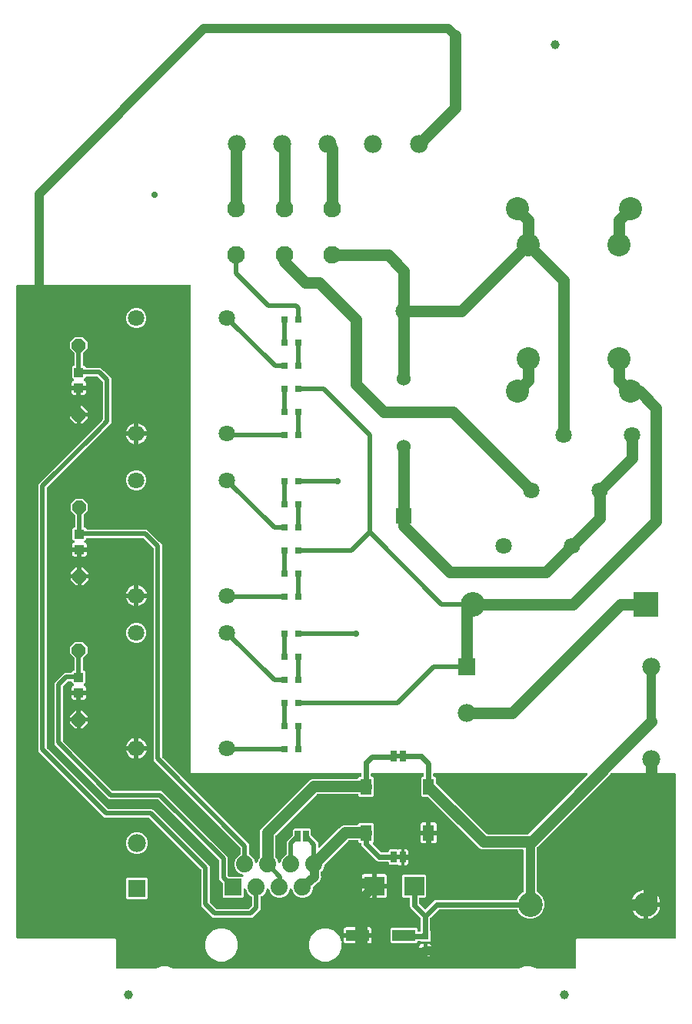
<source format=gbr>
G04 EAGLE Gerber RS-274X export*
G75*
%MOMM*%
%FSLAX34Y34*%
%LPD*%
%INTop Copper*%
%IPPOS*%
%AMOC8*
5,1,8,0,0,1.08239X$1,22.5*%
G01*
%ADD10C,1.800000*%
%ADD11R,0.800000X0.800000*%
%ADD12C,1.930400*%
%ADD13R,2.540000X1.270000*%
%ADD14R,2.200000X2.150000*%
%ADD15C,1.000000*%
%ADD16R,1.879600X1.879600*%
%ADD17C,1.879600*%
%ADD18R,0.635000X1.270000*%
%ADD19C,0.508000*%
%ADD20C,1.980000*%
%ADD21R,1.800000X1.800000*%
%ADD22C,1.530000*%
%ADD23C,2.540000*%
%ADD24R,1.980000X1.980000*%
%ADD25R,2.700000X2.700000*%
%ADD26C,2.700000*%
%ADD27R,1.100000X1.000000*%
%ADD28P,1.583577X8X112.500000*%
%ADD29R,1.270000X1.780000*%
%ADD30C,1.270000*%
%ADD31C,0.700000*%
%ADD32C,1.016000*%
%ADD33C,0.609600*%
%ADD34C,0.502400*%

G36*
X154261Y78743D02*
X154261Y78743D01*
X154360Y78746D01*
X154418Y78763D01*
X154478Y78771D01*
X154570Y78807D01*
X154665Y78835D01*
X154717Y78865D01*
X154774Y78888D01*
X154854Y78946D01*
X154939Y78996D01*
X155014Y79062D01*
X155031Y79074D01*
X155039Y79084D01*
X155060Y79103D01*
X155370Y79413D01*
X161618Y82001D01*
X168382Y82001D01*
X174630Y79413D01*
X174940Y79103D01*
X175018Y79042D01*
X175091Y78974D01*
X175144Y78945D01*
X175191Y78908D01*
X175282Y78868D01*
X175369Y78820D01*
X175428Y78805D01*
X175483Y78781D01*
X175581Y78766D01*
X175677Y78741D01*
X175777Y78735D01*
X175797Y78731D01*
X175810Y78733D01*
X175838Y78731D01*
X554162Y78731D01*
X554261Y78743D01*
X554360Y78746D01*
X554418Y78763D01*
X554478Y78771D01*
X554570Y78807D01*
X554665Y78835D01*
X554717Y78865D01*
X554774Y78888D01*
X554854Y78946D01*
X554939Y78996D01*
X555014Y79062D01*
X555031Y79074D01*
X555039Y79084D01*
X555060Y79103D01*
X555370Y79413D01*
X561618Y82001D01*
X568382Y82001D01*
X574630Y79413D01*
X574940Y79103D01*
X575018Y79042D01*
X575091Y78974D01*
X575144Y78945D01*
X575191Y78908D01*
X575282Y78868D01*
X575369Y78820D01*
X575428Y78805D01*
X575483Y78781D01*
X575581Y78766D01*
X575677Y78741D01*
X575777Y78735D01*
X575797Y78731D01*
X575810Y78733D01*
X575838Y78731D01*
X616730Y78731D01*
X616848Y78746D01*
X616967Y78753D01*
X617005Y78766D01*
X617046Y78771D01*
X617156Y78814D01*
X617269Y78851D01*
X617304Y78873D01*
X617341Y78888D01*
X617437Y78958D01*
X617538Y79021D01*
X617566Y79051D01*
X617599Y79074D01*
X617675Y79166D01*
X617756Y79253D01*
X617776Y79288D01*
X617801Y79319D01*
X617852Y79427D01*
X617910Y79531D01*
X617920Y79571D01*
X617937Y79607D01*
X617959Y79724D01*
X617989Y79839D01*
X617993Y79900D01*
X617997Y79920D01*
X617995Y79940D01*
X617999Y80000D01*
X617999Y110829D01*
X619171Y112001D01*
X726730Y112001D01*
X726848Y112016D01*
X726967Y112023D01*
X727005Y112036D01*
X727046Y112041D01*
X727156Y112084D01*
X727269Y112121D01*
X727304Y112143D01*
X727341Y112158D01*
X727437Y112227D01*
X727538Y112291D01*
X727566Y112321D01*
X727599Y112344D01*
X727675Y112436D01*
X727756Y112523D01*
X727776Y112558D01*
X727801Y112589D01*
X727852Y112697D01*
X727910Y112801D01*
X727920Y112841D01*
X727937Y112877D01*
X727959Y112994D01*
X727989Y113109D01*
X727993Y113169D01*
X727997Y113189D01*
X727995Y113210D01*
X727999Y113270D01*
X727999Y292860D01*
X727984Y292978D01*
X727977Y293097D01*
X727964Y293135D01*
X727959Y293176D01*
X727916Y293286D01*
X727879Y293399D01*
X727857Y293434D01*
X727842Y293471D01*
X727773Y293567D01*
X727709Y293668D01*
X727679Y293696D01*
X727656Y293729D01*
X727564Y293805D01*
X727477Y293886D01*
X727442Y293906D01*
X727411Y293931D01*
X727303Y293982D01*
X727199Y294040D01*
X727159Y294050D01*
X727123Y294067D01*
X727006Y294089D01*
X726891Y294119D01*
X726831Y294123D01*
X726811Y294127D01*
X726790Y294125D01*
X726730Y294129D01*
X657055Y294129D01*
X656957Y294117D01*
X656858Y294114D01*
X656800Y294097D01*
X656740Y294089D01*
X656648Y294053D01*
X656553Y294025D01*
X656501Y293995D01*
X656444Y293972D01*
X656364Y293914D01*
X656279Y293864D01*
X656203Y293798D01*
X656187Y293786D01*
X656179Y293776D01*
X656158Y293758D01*
X575302Y212902D01*
X575242Y212824D01*
X575174Y212752D01*
X575150Y212709D01*
X575129Y212683D01*
X575123Y212671D01*
X575108Y212651D01*
X575068Y212560D01*
X575020Y212473D01*
X575009Y212428D01*
X574993Y212395D01*
X574990Y212380D01*
X574981Y212359D01*
X574966Y212261D01*
X574941Y212165D01*
X574937Y212101D01*
X574933Y212083D01*
X574934Y212064D01*
X574931Y212045D01*
X574933Y212033D01*
X574931Y212005D01*
X574931Y164466D01*
X574934Y164437D01*
X574932Y164408D01*
X574954Y164280D01*
X574971Y164151D01*
X574981Y164123D01*
X574986Y164094D01*
X575040Y163976D01*
X575088Y163855D01*
X575105Y163831D01*
X575117Y163804D01*
X575198Y163703D01*
X575274Y163598D01*
X575297Y163579D01*
X575316Y163556D01*
X575419Y163478D01*
X575519Y163395D01*
X575546Y163382D01*
X575570Y163365D01*
X575714Y163294D01*
X576609Y162923D01*
X580983Y158549D01*
X583351Y152833D01*
X583351Y146647D01*
X580983Y140931D01*
X576609Y136557D01*
X570893Y134189D01*
X564707Y134189D01*
X558991Y136557D01*
X554617Y140931D01*
X553380Y143918D01*
X553365Y143943D01*
X553356Y143971D01*
X553286Y144081D01*
X553222Y144194D01*
X553202Y144215D01*
X553186Y144240D01*
X553091Y144329D01*
X553001Y144422D01*
X552976Y144438D01*
X552954Y144458D01*
X552840Y144521D01*
X552730Y144589D01*
X552702Y144597D01*
X552676Y144612D01*
X552550Y144644D01*
X552426Y144682D01*
X552396Y144684D01*
X552368Y144691D01*
X552207Y144701D01*
X467812Y144701D01*
X467714Y144689D01*
X467614Y144686D01*
X467556Y144669D01*
X467496Y144661D01*
X467404Y144625D01*
X467309Y144597D01*
X467257Y144567D01*
X467200Y144544D01*
X467120Y144486D01*
X467035Y144436D01*
X466960Y144370D01*
X466943Y144358D01*
X466935Y144348D01*
X466914Y144330D01*
X457670Y135086D01*
X457610Y135008D01*
X457542Y134935D01*
X457513Y134882D01*
X457476Y134835D01*
X457436Y134744D01*
X457388Y134657D01*
X457373Y134598D01*
X457349Y134543D01*
X457334Y134445D01*
X457309Y134349D01*
X457303Y134249D01*
X457299Y134229D01*
X457301Y134216D01*
X457299Y134188D01*
X457299Y121147D01*
X457311Y121049D01*
X457314Y120950D01*
X457331Y120892D01*
X457339Y120832D01*
X457375Y120740D01*
X457403Y120644D01*
X457433Y120592D01*
X457456Y120536D01*
X457514Y120456D01*
X457564Y120371D01*
X457630Y120295D01*
X457642Y120279D01*
X457652Y120271D01*
X457670Y120250D01*
X458251Y119669D01*
X458251Y109971D01*
X457049Y108769D01*
X447351Y108769D01*
X446770Y109350D01*
X446692Y109410D01*
X446620Y109478D01*
X446567Y109507D01*
X446519Y109544D01*
X446428Y109584D01*
X446341Y109632D01*
X446283Y109647D01*
X446227Y109671D01*
X446129Y109686D01*
X446033Y109711D01*
X445933Y109717D01*
X445913Y109721D01*
X445901Y109719D01*
X445873Y109721D01*
X444455Y109721D01*
X444337Y109706D01*
X444218Y109699D01*
X444180Y109686D01*
X444139Y109681D01*
X444029Y109638D01*
X443916Y109601D01*
X443881Y109579D01*
X443844Y109564D01*
X443748Y109495D01*
X443647Y109431D01*
X443619Y109401D01*
X443586Y109378D01*
X443510Y109286D01*
X443429Y109199D01*
X443409Y109164D01*
X443384Y109133D01*
X443333Y109025D01*
X443275Y108921D01*
X443265Y108881D01*
X443248Y108845D01*
X443226Y108728D01*
X443196Y108613D01*
X443192Y108553D01*
X443188Y108533D01*
X443190Y108512D01*
X443186Y108452D01*
X443186Y108431D01*
X441984Y107229D01*
X414886Y107229D01*
X413684Y108431D01*
X413684Y122829D01*
X414886Y124031D01*
X441984Y124031D01*
X443186Y122829D01*
X443186Y121188D01*
X443201Y121070D01*
X443208Y120951D01*
X443221Y120913D01*
X443226Y120872D01*
X443269Y120762D01*
X443306Y120649D01*
X443328Y120614D01*
X443343Y120577D01*
X443412Y120481D01*
X443476Y120380D01*
X443506Y120352D01*
X443529Y120319D01*
X443621Y120243D01*
X443708Y120162D01*
X443743Y120142D01*
X443774Y120117D01*
X443882Y120066D01*
X443986Y120008D01*
X444026Y119998D01*
X444062Y119981D01*
X444179Y119959D01*
X444294Y119929D01*
X444354Y119925D01*
X444374Y119921D01*
X444395Y119923D01*
X444455Y119919D01*
X445832Y119919D01*
X445950Y119934D01*
X446069Y119941D01*
X446107Y119954D01*
X446148Y119959D01*
X446258Y120002D01*
X446371Y120039D01*
X446406Y120061D01*
X446443Y120076D01*
X446539Y120145D01*
X446640Y120209D01*
X446668Y120239D01*
X446701Y120262D01*
X446777Y120354D01*
X446858Y120441D01*
X446878Y120476D01*
X446903Y120507D01*
X446954Y120615D01*
X447012Y120719D01*
X447022Y120759D01*
X447039Y120795D01*
X447061Y120912D01*
X447091Y121027D01*
X447095Y121087D01*
X447099Y121107D01*
X447097Y121128D01*
X447101Y121188D01*
X447101Y134188D01*
X447089Y134286D01*
X447086Y134386D01*
X447069Y134444D01*
X447061Y134504D01*
X447025Y134596D01*
X446997Y134691D01*
X446967Y134743D01*
X446944Y134800D01*
X446886Y134880D01*
X446836Y134965D01*
X446770Y135040D01*
X446758Y135057D01*
X446748Y135065D01*
X446730Y135086D01*
X435757Y146058D01*
X434981Y147932D01*
X434981Y155970D01*
X434966Y156088D01*
X434959Y156207D01*
X434946Y156245D01*
X434941Y156286D01*
X434898Y156396D01*
X434861Y156509D01*
X434839Y156544D01*
X434824Y156581D01*
X434755Y156677D01*
X434691Y156778D01*
X434661Y156806D01*
X434638Y156839D01*
X434546Y156915D01*
X434459Y156996D01*
X434424Y157016D01*
X434393Y157041D01*
X434285Y157092D01*
X434181Y157150D01*
X434141Y157160D01*
X434105Y157177D01*
X433988Y157199D01*
X433873Y157229D01*
X433813Y157233D01*
X433793Y157237D01*
X433772Y157235D01*
X433712Y157239D01*
X428231Y157239D01*
X427029Y158441D01*
X427029Y181639D01*
X428231Y182841D01*
X451929Y182841D01*
X453131Y181639D01*
X453131Y158441D01*
X451929Y157239D01*
X446448Y157239D01*
X446330Y157224D01*
X446211Y157217D01*
X446173Y157204D01*
X446132Y157199D01*
X446022Y157156D01*
X445909Y157119D01*
X445874Y157097D01*
X445837Y157082D01*
X445741Y157013D01*
X445640Y156949D01*
X445612Y156919D01*
X445579Y156896D01*
X445503Y156804D01*
X445422Y156717D01*
X445402Y156682D01*
X445377Y156651D01*
X445326Y156543D01*
X445268Y156439D01*
X445258Y156399D01*
X445241Y156363D01*
X445219Y156246D01*
X445189Y156131D01*
X445185Y156071D01*
X445181Y156051D01*
X445183Y156030D01*
X445179Y155970D01*
X445179Y151584D01*
X445191Y151486D01*
X445194Y151386D01*
X445211Y151328D01*
X445219Y151268D01*
X445255Y151176D01*
X445283Y151081D01*
X445313Y151029D01*
X445336Y150972D01*
X445394Y150892D01*
X445444Y150807D01*
X445510Y150732D01*
X445522Y150715D01*
X445532Y150707D01*
X445550Y150686D01*
X451302Y144934D01*
X451397Y144861D01*
X451486Y144782D01*
X451522Y144764D01*
X451554Y144739D01*
X451663Y144692D01*
X451769Y144638D01*
X451808Y144629D01*
X451846Y144613D01*
X451963Y144594D01*
X452079Y144568D01*
X452120Y144569D01*
X452160Y144563D01*
X452278Y144574D01*
X452397Y144578D01*
X452436Y144589D01*
X452476Y144593D01*
X452589Y144633D01*
X452703Y144666D01*
X452737Y144687D01*
X452776Y144700D01*
X452874Y144767D01*
X452977Y144828D01*
X453022Y144868D01*
X453039Y144879D01*
X453052Y144894D01*
X453097Y144934D01*
X462286Y154123D01*
X464160Y154899D01*
X552257Y154899D01*
X552286Y154902D01*
X552315Y154900D01*
X552444Y154922D01*
X552572Y154939D01*
X552600Y154949D01*
X552629Y154954D01*
X552747Y155008D01*
X552868Y155056D01*
X552892Y155073D01*
X552919Y155085D01*
X553020Y155166D01*
X553125Y155242D01*
X553144Y155265D01*
X553167Y155284D01*
X553245Y155387D01*
X553328Y155487D01*
X553341Y155514D01*
X553358Y155538D01*
X553429Y155682D01*
X554617Y158549D01*
X558991Y162923D01*
X559886Y163294D01*
X559911Y163308D01*
X559939Y163318D01*
X560049Y163387D01*
X560162Y163451D01*
X560183Y163472D01*
X560208Y163488D01*
X560297Y163582D01*
X560390Y163673D01*
X560406Y163698D01*
X560426Y163719D01*
X560489Y163833D01*
X560557Y163944D01*
X560565Y163972D01*
X560580Y163998D01*
X560612Y164123D01*
X560650Y164248D01*
X560652Y164277D01*
X560659Y164306D01*
X560669Y164466D01*
X560669Y208770D01*
X560654Y208888D01*
X560647Y209007D01*
X560634Y209045D01*
X560629Y209086D01*
X560586Y209196D01*
X560549Y209309D01*
X560527Y209344D01*
X560512Y209381D01*
X560443Y209477D01*
X560379Y209578D01*
X560349Y209606D01*
X560326Y209639D01*
X560234Y209715D01*
X560147Y209796D01*
X560112Y209816D01*
X560081Y209841D01*
X559973Y209892D01*
X559869Y209950D01*
X559829Y209960D01*
X559793Y209977D01*
X559676Y209999D01*
X559561Y210029D01*
X559501Y210033D01*
X559481Y210037D01*
X559460Y210035D01*
X559400Y210039D01*
X514964Y210039D01*
X511876Y211318D01*
X509335Y213860D01*
X455242Y267953D01*
X455164Y268013D01*
X455092Y268081D01*
X455039Y268110D01*
X454991Y268147D01*
X454900Y268187D01*
X454813Y268235D01*
X454755Y268250D01*
X454699Y268274D01*
X454601Y268289D01*
X454505Y268314D01*
X454405Y268320D01*
X454385Y268324D01*
X454373Y268322D01*
X454345Y268324D01*
X448601Y268324D01*
X447399Y269526D01*
X447399Y289024D01*
X448601Y290226D01*
X449432Y290226D01*
X449550Y290241D01*
X449669Y290248D01*
X449707Y290261D01*
X449748Y290266D01*
X449858Y290309D01*
X449971Y290346D01*
X450006Y290368D01*
X450043Y290383D01*
X450139Y290452D01*
X450240Y290516D01*
X450268Y290546D01*
X450301Y290569D01*
X450377Y290661D01*
X450458Y290748D01*
X450478Y290783D01*
X450503Y290814D01*
X450554Y290922D01*
X450612Y291026D01*
X450622Y291066D01*
X450639Y291102D01*
X450661Y291219D01*
X450691Y291334D01*
X450695Y291394D01*
X450699Y291414D01*
X450697Y291435D01*
X450701Y291495D01*
X450701Y292860D01*
X450686Y292978D01*
X450679Y293097D01*
X450666Y293135D01*
X450661Y293176D01*
X450618Y293286D01*
X450581Y293399D01*
X450559Y293434D01*
X450544Y293471D01*
X450475Y293567D01*
X450411Y293668D01*
X450381Y293696D01*
X450358Y293729D01*
X450266Y293805D01*
X450179Y293886D01*
X450144Y293906D01*
X450113Y293931D01*
X450005Y293982D01*
X449901Y294040D01*
X449861Y294050D01*
X449825Y294067D01*
X449708Y294089D01*
X449593Y294119D01*
X449533Y294123D01*
X449513Y294127D01*
X449492Y294125D01*
X449432Y294129D01*
X393568Y294129D01*
X393450Y294114D01*
X393331Y294107D01*
X393293Y294094D01*
X393252Y294089D01*
X393142Y294046D01*
X393029Y294009D01*
X392994Y293987D01*
X392957Y293972D01*
X392861Y293903D01*
X392760Y293839D01*
X392732Y293809D01*
X392699Y293786D01*
X392623Y293694D01*
X392542Y293607D01*
X392522Y293572D01*
X392497Y293541D01*
X392446Y293433D01*
X392388Y293329D01*
X392378Y293289D01*
X392361Y293253D01*
X392339Y293136D01*
X392309Y293021D01*
X392305Y292961D01*
X392301Y292941D01*
X392303Y292920D01*
X392299Y292860D01*
X392299Y291495D01*
X392314Y291377D01*
X392321Y291258D01*
X392334Y291220D01*
X392339Y291179D01*
X392382Y291069D01*
X392419Y290956D01*
X392441Y290921D01*
X392456Y290884D01*
X392525Y290788D01*
X392589Y290687D01*
X392619Y290659D01*
X392642Y290626D01*
X392734Y290550D01*
X392821Y290469D01*
X392856Y290449D01*
X392887Y290424D01*
X392995Y290373D01*
X393099Y290315D01*
X393139Y290305D01*
X393175Y290288D01*
X393292Y290266D01*
X393407Y290236D01*
X393467Y290232D01*
X393487Y290228D01*
X393508Y290230D01*
X393568Y290226D01*
X394399Y290226D01*
X395601Y289024D01*
X395601Y269526D01*
X394399Y268324D01*
X380001Y268324D01*
X378799Y269526D01*
X378799Y269730D01*
X378784Y269848D01*
X378777Y269967D01*
X378764Y270005D01*
X378759Y270046D01*
X378716Y270156D01*
X378679Y270269D01*
X378657Y270304D01*
X378642Y270341D01*
X378573Y270437D01*
X378509Y270538D01*
X378479Y270566D01*
X378456Y270599D01*
X378364Y270675D01*
X378277Y270756D01*
X378242Y270776D01*
X378211Y270801D01*
X378103Y270852D01*
X377999Y270910D01*
X377959Y270920D01*
X377923Y270937D01*
X377806Y270959D01*
X377691Y270989D01*
X377631Y270993D01*
X377611Y270997D01*
X377590Y270995D01*
X377530Y270999D01*
X333405Y270999D01*
X333307Y270987D01*
X333208Y270984D01*
X333150Y270967D01*
X333090Y270959D01*
X332998Y270923D01*
X332903Y270895D01*
X332851Y270865D01*
X332794Y270842D01*
X332714Y270784D01*
X332629Y270734D01*
X332553Y270668D01*
X332537Y270656D01*
X332529Y270646D01*
X332508Y270628D01*
X287422Y225542D01*
X287362Y225464D01*
X287294Y225392D01*
X287265Y225339D01*
X287228Y225291D01*
X287188Y225200D01*
X287140Y225113D01*
X287125Y225055D01*
X287101Y224999D01*
X287086Y224901D01*
X287061Y224805D01*
X287055Y224705D01*
X287051Y224685D01*
X287053Y224673D01*
X287051Y224645D01*
X287051Y202216D01*
X287063Y202118D01*
X287066Y202019D01*
X287083Y201960D01*
X287091Y201900D01*
X287127Y201808D01*
X287155Y201713D01*
X287185Y201661D01*
X287208Y201605D01*
X287266Y201525D01*
X287316Y201439D01*
X287382Y201364D01*
X287394Y201347D01*
X287404Y201340D01*
X287423Y201318D01*
X288356Y200385D01*
X290177Y195987D01*
X290246Y195867D01*
X290311Y195744D01*
X290325Y195729D01*
X290335Y195711D01*
X290432Y195611D01*
X290525Y195508D01*
X290542Y195497D01*
X290556Y195483D01*
X290674Y195410D01*
X290791Y195334D01*
X290810Y195327D01*
X290827Y195317D01*
X290960Y195276D01*
X291092Y195230D01*
X291112Y195229D01*
X291131Y195223D01*
X291270Y195216D01*
X291409Y195205D01*
X291429Y195209D01*
X291449Y195208D01*
X291585Y195236D01*
X291722Y195260D01*
X291741Y195268D01*
X291760Y195272D01*
X291885Y195333D01*
X292012Y195390D01*
X292028Y195403D01*
X292046Y195412D01*
X292152Y195502D01*
X292260Y195589D01*
X292273Y195605D01*
X292288Y195618D01*
X292368Y195732D01*
X292452Y195843D01*
X292464Y195868D01*
X292471Y195878D01*
X292478Y195897D01*
X292523Y195987D01*
X294344Y200385D01*
X297565Y203606D01*
X298676Y204066D01*
X298701Y204081D01*
X298729Y204090D01*
X298839Y204159D01*
X298952Y204223D01*
X298973Y204244D01*
X298998Y204260D01*
X299087Y204354D01*
X299180Y204445D01*
X299196Y204470D01*
X299216Y204491D01*
X299279Y204605D01*
X299347Y204716D01*
X299355Y204744D01*
X299370Y204770D01*
X299402Y204895D01*
X299440Y205020D01*
X299442Y205049D01*
X299449Y205078D01*
X299459Y205239D01*
X299459Y218692D01*
X306133Y225365D01*
X306193Y225443D01*
X306261Y225515D01*
X306290Y225568D01*
X306327Y225616D01*
X306367Y225707D01*
X306415Y225794D01*
X306430Y225852D01*
X306454Y225908D01*
X306469Y226006D01*
X306494Y226102D01*
X306500Y226202D01*
X306504Y226222D01*
X306502Y226234D01*
X306504Y226262D01*
X306504Y231669D01*
X307706Y232871D01*
X324754Y232871D01*
X325956Y231669D01*
X325956Y226262D01*
X325968Y226164D01*
X325971Y226065D01*
X325988Y226007D01*
X325996Y225947D01*
X326032Y225855D01*
X326060Y225760D01*
X326090Y225707D01*
X326113Y225651D01*
X326171Y225571D01*
X326221Y225486D01*
X326287Y225410D01*
X326299Y225394D01*
X326309Y225386D01*
X326327Y225365D01*
X334041Y217652D01*
X334041Y213435D01*
X334058Y213298D01*
X334071Y213159D01*
X334078Y213140D01*
X334081Y213120D01*
X334132Y212991D01*
X334179Y212860D01*
X334190Y212843D01*
X334198Y212824D01*
X334279Y212712D01*
X334357Y212597D01*
X334373Y212583D01*
X334384Y212567D01*
X334492Y212478D01*
X334596Y212386D01*
X334614Y212377D01*
X334629Y212364D01*
X334755Y212305D01*
X334879Y212242D01*
X334899Y212237D01*
X334917Y212228D01*
X335053Y212202D01*
X335189Y212172D01*
X335210Y212173D01*
X335229Y212169D01*
X335368Y212177D01*
X335507Y212182D01*
X335527Y212187D01*
X335547Y212188D01*
X335679Y212231D01*
X335813Y212270D01*
X335830Y212280D01*
X335849Y212286D01*
X335967Y212361D01*
X336087Y212431D01*
X336108Y212450D01*
X336118Y212457D01*
X336132Y212472D01*
X336207Y212538D01*
X356850Y233180D01*
X359391Y235722D01*
X362479Y237001D01*
X377530Y237001D01*
X377648Y237016D01*
X377767Y237023D01*
X377805Y237036D01*
X377846Y237041D01*
X377956Y237084D01*
X378069Y237121D01*
X378104Y237143D01*
X378141Y237158D01*
X378237Y237227D01*
X378338Y237291D01*
X378366Y237321D01*
X378399Y237344D01*
X378475Y237436D01*
X378556Y237523D01*
X378576Y237558D01*
X378601Y237589D01*
X378652Y237697D01*
X378710Y237801D01*
X378720Y237841D01*
X378737Y237877D01*
X378759Y237994D01*
X378789Y238109D01*
X378793Y238169D01*
X378797Y238189D01*
X378795Y238210D01*
X378796Y238221D01*
X380001Y239426D01*
X394399Y239426D01*
X395601Y238224D01*
X395601Y218726D01*
X394565Y217690D01*
X394492Y217596D01*
X394414Y217507D01*
X394395Y217471D01*
X394370Y217439D01*
X394323Y217329D01*
X394269Y217224D01*
X394260Y217184D01*
X394244Y217147D01*
X394225Y217029D01*
X394199Y216913D01*
X394201Y216873D01*
X394194Y216833D01*
X394205Y216714D01*
X394209Y216596D01*
X394220Y216557D01*
X394224Y216516D01*
X394264Y216404D01*
X394297Y216290D01*
X394318Y216255D01*
X394332Y216217D01*
X394399Y216118D01*
X394459Y216016D01*
X394499Y215971D01*
X394510Y215954D01*
X394526Y215940D01*
X394565Y215895D01*
X403332Y207128D01*
X403410Y207068D01*
X403483Y207000D01*
X403536Y206971D01*
X403583Y206934D01*
X403674Y206894D01*
X403761Y206846D01*
X403820Y206831D01*
X403875Y206807D01*
X403973Y206792D01*
X404069Y206767D01*
X404169Y206761D01*
X404189Y206757D01*
X404202Y206759D01*
X404230Y206757D01*
X410671Y206757D01*
X410789Y206772D01*
X410908Y206779D01*
X410946Y206792D01*
X410987Y206797D01*
X411097Y206840D01*
X411210Y206877D01*
X411245Y206899D01*
X411282Y206914D01*
X411378Y206983D01*
X411479Y207047D01*
X411507Y207077D01*
X411540Y207100D01*
X411616Y207192D01*
X411697Y207279D01*
X411717Y207314D01*
X411742Y207345D01*
X411793Y207453D01*
X411851Y207557D01*
X411861Y207597D01*
X411878Y207633D01*
X411900Y207750D01*
X411930Y207865D01*
X411934Y207925D01*
X411938Y207945D01*
X411936Y207966D01*
X411940Y208026D01*
X411940Y208857D01*
X413142Y210059D01*
X421237Y210059D01*
X421240Y210058D01*
X421277Y210029D01*
X421380Y209984D01*
X421480Y209932D01*
X421525Y209921D01*
X421569Y209902D01*
X421680Y209885D01*
X421789Y209859D01*
X421836Y209860D01*
X421883Y209852D01*
X421995Y209863D01*
X422107Y209865D01*
X422152Y209878D01*
X422199Y209882D01*
X422305Y209920D01*
X422413Y209950D01*
X422478Y209983D01*
X422499Y209990D01*
X422514Y210000D01*
X422558Y210022D01*
X423170Y210376D01*
X423817Y210549D01*
X425739Y210549D01*
X425739Y207518D01*
X425754Y207400D01*
X425762Y207281D01*
X425774Y207243D01*
X425779Y207202D01*
X425823Y207092D01*
X425860Y206979D01*
X425881Y206944D01*
X425896Y206907D01*
X425966Y206811D01*
X426030Y206710D01*
X426059Y206682D01*
X426083Y206649D01*
X426175Y206573D01*
X426261Y206492D01*
X426297Y206472D01*
X426328Y206447D01*
X426436Y206396D01*
X426540Y206338D01*
X426579Y206328D01*
X426616Y206311D01*
X426732Y206289D01*
X426848Y206259D01*
X426908Y206255D01*
X426928Y206251D01*
X426948Y206253D01*
X427008Y206249D01*
X427644Y206249D01*
X427762Y206264D01*
X427880Y206271D01*
X427919Y206284D01*
X427959Y206289D01*
X428070Y206332D01*
X428183Y206369D01*
X428217Y206391D01*
X428255Y206406D01*
X428351Y206475D01*
X428452Y206539D01*
X428479Y206569D01*
X428512Y206592D01*
X428588Y206684D01*
X428670Y206771D01*
X428689Y206806D01*
X428715Y206837D01*
X428766Y206945D01*
X428823Y207049D01*
X428833Y207089D01*
X428850Y207125D01*
X428873Y207242D01*
X428903Y207357D01*
X428906Y207417D01*
X428910Y207437D01*
X428909Y207458D01*
X428913Y207518D01*
X428913Y210549D01*
X430835Y210549D01*
X431482Y210376D01*
X432061Y210041D01*
X432534Y209568D01*
X432869Y208989D01*
X433042Y208342D01*
X433042Y203245D01*
X431916Y203245D01*
X431798Y203230D01*
X431679Y203222D01*
X431641Y203210D01*
X431600Y203205D01*
X431490Y203161D01*
X431377Y203124D01*
X431342Y203103D01*
X431305Y203088D01*
X431209Y203018D01*
X431108Y202954D01*
X431080Y202925D01*
X431047Y202901D01*
X430971Y202809D01*
X430890Y202723D01*
X430870Y202687D01*
X430845Y202656D01*
X430794Y202548D01*
X430736Y202444D01*
X430726Y202405D01*
X430709Y202368D01*
X430687Y202252D01*
X430657Y202136D01*
X430653Y202076D01*
X430649Y202056D01*
X430651Y202036D01*
X430647Y201976D01*
X430647Y201340D01*
X430662Y201222D01*
X430669Y201104D01*
X430682Y201065D01*
X430687Y201025D01*
X430730Y200914D01*
X430767Y200801D01*
X430789Y200767D01*
X430804Y200729D01*
X430873Y200633D01*
X430937Y200532D01*
X430967Y200505D01*
X430990Y200472D01*
X431082Y200396D01*
X431169Y200314D01*
X431204Y200295D01*
X431235Y200269D01*
X431343Y200218D01*
X431447Y200161D01*
X431487Y200151D01*
X431523Y200134D01*
X431640Y200111D01*
X431755Y200081D01*
X431815Y200078D01*
X431835Y200074D01*
X431856Y200075D01*
X431916Y200071D01*
X433042Y200071D01*
X433042Y194974D01*
X432869Y194327D01*
X432534Y193748D01*
X432061Y193275D01*
X431482Y192940D01*
X430835Y192767D01*
X428913Y192767D01*
X428913Y195798D01*
X428898Y195916D01*
X428890Y196035D01*
X428878Y196073D01*
X428873Y196114D01*
X428829Y196224D01*
X428792Y196337D01*
X428771Y196372D01*
X428756Y196409D01*
X428686Y196505D01*
X428622Y196606D01*
X428593Y196634D01*
X428569Y196667D01*
X428477Y196743D01*
X428391Y196824D01*
X428355Y196844D01*
X428324Y196869D01*
X428216Y196920D01*
X428112Y196978D01*
X428073Y196988D01*
X428036Y197005D01*
X427920Y197027D01*
X427804Y197057D01*
X427744Y197061D01*
X427724Y197065D01*
X427704Y197063D01*
X427644Y197067D01*
X427008Y197067D01*
X426890Y197052D01*
X426772Y197045D01*
X426733Y197032D01*
X426693Y197027D01*
X426582Y196984D01*
X426469Y196947D01*
X426435Y196925D01*
X426397Y196910D01*
X426301Y196841D01*
X426200Y196777D01*
X426173Y196747D01*
X426140Y196724D01*
X426064Y196632D01*
X425982Y196545D01*
X425963Y196510D01*
X425937Y196479D01*
X425886Y196371D01*
X425829Y196267D01*
X425819Y196227D01*
X425802Y196191D01*
X425779Y196074D01*
X425749Y195959D01*
X425746Y195899D01*
X425742Y195879D01*
X425743Y195858D01*
X425739Y195798D01*
X425739Y192767D01*
X423817Y192767D01*
X423170Y192940D01*
X422558Y193294D01*
X422454Y193338D01*
X422354Y193389D01*
X422308Y193399D01*
X422265Y193417D01*
X422153Y193434D01*
X422044Y193458D01*
X421997Y193457D01*
X421950Y193464D01*
X421838Y193452D01*
X421726Y193449D01*
X421681Y193436D01*
X421634Y193431D01*
X421528Y193392D01*
X421420Y193360D01*
X421380Y193336D01*
X421336Y193320D01*
X421245Y193257D01*
X413142Y193257D01*
X411940Y194459D01*
X411940Y195290D01*
X411925Y195408D01*
X411918Y195527D01*
X411905Y195565D01*
X411900Y195606D01*
X411857Y195716D01*
X411820Y195829D01*
X411798Y195864D01*
X411783Y195901D01*
X411714Y195997D01*
X411650Y196098D01*
X411620Y196126D01*
X411597Y196159D01*
X411505Y196235D01*
X411418Y196316D01*
X411383Y196336D01*
X411352Y196361D01*
X411244Y196412D01*
X411140Y196470D01*
X411100Y196480D01*
X411064Y196497D01*
X410947Y196519D01*
X410832Y196549D01*
X410772Y196553D01*
X410752Y196557D01*
X410731Y196555D01*
X410671Y196559D01*
X400578Y196559D01*
X398704Y197335D01*
X382877Y213162D01*
X382101Y215036D01*
X382101Y216255D01*
X382086Y216373D01*
X382079Y216492D01*
X382066Y216530D01*
X382061Y216571D01*
X382018Y216681D01*
X381981Y216794D01*
X381959Y216829D01*
X381944Y216866D01*
X381875Y216962D01*
X381811Y217063D01*
X381781Y217091D01*
X381758Y217124D01*
X381666Y217200D01*
X381579Y217281D01*
X381544Y217301D01*
X381513Y217326D01*
X381405Y217377D01*
X381301Y217435D01*
X381261Y217445D01*
X381225Y217462D01*
X381108Y217484D01*
X380993Y217514D01*
X380933Y217518D01*
X380913Y217522D01*
X380892Y217520D01*
X380832Y217524D01*
X380001Y217524D01*
X378799Y218726D01*
X378799Y218930D01*
X378784Y219048D01*
X378777Y219167D01*
X378764Y219205D01*
X378759Y219246D01*
X378716Y219356D01*
X378679Y219469D01*
X378657Y219504D01*
X378642Y219541D01*
X378573Y219637D01*
X378509Y219738D01*
X378479Y219766D01*
X378456Y219799D01*
X378364Y219875D01*
X378277Y219956D01*
X378242Y219976D01*
X378211Y220001D01*
X378103Y220052D01*
X377999Y220110D01*
X377959Y220120D01*
X377923Y220137D01*
X377806Y220159D01*
X377691Y220189D01*
X377631Y220193D01*
X377611Y220197D01*
X377590Y220195D01*
X377530Y220199D01*
X368155Y220199D01*
X368057Y220187D01*
X367958Y220184D01*
X367900Y220167D01*
X367840Y220159D01*
X367748Y220123D01*
X367653Y220095D01*
X367601Y220065D01*
X367544Y220042D01*
X367464Y219984D01*
X367379Y219934D01*
X367303Y219868D01*
X367287Y219856D01*
X367279Y219846D01*
X367258Y219828D01*
X341270Y193840D01*
X341210Y193762D01*
X341142Y193690D01*
X341113Y193637D01*
X341076Y193589D01*
X341036Y193498D01*
X340988Y193411D01*
X340973Y193353D01*
X340949Y193297D01*
X340934Y193199D01*
X340909Y193103D01*
X340903Y193003D01*
X340899Y192983D01*
X340901Y192971D01*
X340899Y192943D01*
X340899Y191623D01*
X339156Y187415D01*
X337456Y185715D01*
X337374Y185609D01*
X337288Y185508D01*
X337277Y185484D01*
X337261Y185463D01*
X337208Y185341D01*
X337150Y185221D01*
X337145Y185196D01*
X337134Y185171D01*
X337113Y185040D01*
X337087Y184910D01*
X337087Y184872D01*
X337084Y184857D01*
X337086Y184836D01*
X337086Y184749D01*
X337261Y181508D01*
X337276Y181424D01*
X337281Y181339D01*
X337316Y181206D01*
X337318Y181195D01*
X337319Y181191D01*
X337322Y181183D01*
X337419Y180885D01*
X337352Y180020D01*
X337352Y180018D01*
X337352Y180015D01*
X337350Y179854D01*
X337397Y178988D01*
X337293Y178693D01*
X337275Y178609D01*
X337247Y178528D01*
X337228Y178392D01*
X337225Y178382D01*
X337226Y178378D01*
X337224Y178369D01*
X337200Y178056D01*
X336808Y177283D01*
X336807Y177281D01*
X336805Y177279D01*
X336742Y177130D01*
X336454Y176313D01*
X336245Y176080D01*
X336196Y176009D01*
X336140Y175945D01*
X336070Y175827D01*
X336064Y175818D01*
X336062Y175814D01*
X336058Y175806D01*
X335916Y175527D01*
X335258Y174963D01*
X335256Y174961D01*
X335253Y174960D01*
X335139Y174847D01*
X334560Y174202D01*
X334277Y174066D01*
X334205Y174020D01*
X334128Y173982D01*
X334018Y173900D01*
X334009Y173894D01*
X334007Y173891D01*
X333999Y173885D01*
X328642Y169297D01*
X328543Y169188D01*
X328442Y169080D01*
X328436Y169070D01*
X328429Y169062D01*
X328360Y168931D01*
X328288Y168802D01*
X328286Y168791D01*
X328280Y168780D01*
X328246Y168636D01*
X328209Y168494D01*
X328208Y168478D01*
X328206Y168471D01*
X328206Y168455D01*
X328199Y168333D01*
X328199Y166223D01*
X326456Y162015D01*
X323235Y158794D01*
X319027Y157051D01*
X314473Y157051D01*
X310265Y158794D01*
X307044Y162015D01*
X305223Y166413D01*
X305154Y166533D01*
X305089Y166656D01*
X305075Y166671D01*
X305065Y166689D01*
X304968Y166789D01*
X304875Y166892D01*
X304858Y166903D01*
X304844Y166917D01*
X304725Y166990D01*
X304609Y167066D01*
X304590Y167073D01*
X304573Y167083D01*
X304440Y167124D01*
X304308Y167170D01*
X304288Y167171D01*
X304269Y167177D01*
X304130Y167184D01*
X303991Y167195D01*
X303971Y167191D01*
X303951Y167192D01*
X303815Y167164D01*
X303678Y167140D01*
X303659Y167132D01*
X303640Y167128D01*
X303514Y167067D01*
X303388Y167010D01*
X303372Y166997D01*
X303354Y166988D01*
X303248Y166898D01*
X303140Y166811D01*
X303127Y166795D01*
X303112Y166782D01*
X303032Y166668D01*
X302948Y166557D01*
X302936Y166532D01*
X302929Y166522D01*
X302922Y166503D01*
X302877Y166413D01*
X301056Y162015D01*
X297835Y158794D01*
X293627Y157051D01*
X289073Y157051D01*
X284865Y158794D01*
X281644Y162015D01*
X279823Y166413D01*
X279754Y166533D01*
X279689Y166656D01*
X279675Y166671D01*
X279665Y166689D01*
X279568Y166789D01*
X279475Y166892D01*
X279458Y166903D01*
X279444Y166917D01*
X279325Y166990D01*
X279209Y167066D01*
X279190Y167073D01*
X279173Y167083D01*
X279040Y167124D01*
X278908Y167170D01*
X278888Y167171D01*
X278869Y167177D01*
X278730Y167184D01*
X278591Y167195D01*
X278571Y167191D01*
X278551Y167192D01*
X278415Y167164D01*
X278278Y167140D01*
X278259Y167132D01*
X278240Y167128D01*
X278114Y167067D01*
X277988Y167010D01*
X277972Y166997D01*
X277954Y166988D01*
X277848Y166898D01*
X277740Y166811D01*
X277727Y166795D01*
X277712Y166782D01*
X277632Y166668D01*
X277548Y166557D01*
X277536Y166532D01*
X277529Y166522D01*
X277522Y166503D01*
X277477Y166413D01*
X275656Y162015D01*
X272435Y158794D01*
X271324Y158334D01*
X271299Y158319D01*
X271271Y158310D01*
X271161Y158241D01*
X271048Y158177D01*
X271027Y158156D01*
X271002Y158140D01*
X270913Y158046D01*
X270820Y157955D01*
X270804Y157930D01*
X270784Y157909D01*
X270721Y157795D01*
X270653Y157684D01*
X270645Y157656D01*
X270630Y157630D01*
X270598Y157505D01*
X270560Y157380D01*
X270558Y157351D01*
X270551Y157322D01*
X270541Y157161D01*
X270541Y144048D01*
X261902Y135409D01*
X218098Y135409D01*
X205409Y148098D01*
X205409Y187573D01*
X205397Y187671D01*
X205394Y187770D01*
X205377Y187828D01*
X205369Y187888D01*
X205333Y187980D01*
X205305Y188075D01*
X205275Y188128D01*
X205252Y188184D01*
X205194Y188264D01*
X205144Y188349D01*
X205078Y188425D01*
X205066Y188441D01*
X205056Y188449D01*
X205038Y188470D01*
X148470Y245038D01*
X148392Y245098D01*
X148320Y245166D01*
X148267Y245195D01*
X148219Y245232D01*
X148128Y245272D01*
X148041Y245320D01*
X147983Y245335D01*
X147927Y245359D01*
X147829Y245374D01*
X147733Y245399D01*
X147633Y245405D01*
X147613Y245409D01*
X147601Y245407D01*
X147573Y245409D01*
X98618Y245409D01*
X25889Y318138D01*
X25889Y611502D01*
X96638Y682250D01*
X96698Y682328D01*
X96766Y682400D01*
X96795Y682453D01*
X96832Y682501D01*
X96872Y682592D01*
X96920Y682679D01*
X96935Y682737D01*
X96959Y682793D01*
X96974Y682891D01*
X96999Y682987D01*
X97005Y683087D01*
X97009Y683107D01*
X97007Y683119D01*
X97009Y683147D01*
X97009Y724013D01*
X96997Y724111D01*
X96994Y724210D01*
X96977Y724268D01*
X96969Y724328D01*
X96933Y724420D01*
X96905Y724515D01*
X96875Y724568D01*
X96852Y724624D01*
X96794Y724704D01*
X96744Y724789D01*
X96678Y724865D01*
X96666Y724881D01*
X96656Y724889D01*
X96638Y724910D01*
X91570Y729978D01*
X91492Y730038D01*
X91420Y730106D01*
X91367Y730135D01*
X91319Y730172D01*
X91228Y730212D01*
X91141Y730260D01*
X91083Y730275D01*
X91027Y730299D01*
X90929Y730314D01*
X90833Y730339D01*
X90733Y730345D01*
X90713Y730349D01*
X90701Y730347D01*
X90673Y730349D01*
X79420Y730349D01*
X79302Y730334D01*
X79183Y730327D01*
X79145Y730314D01*
X79104Y730309D01*
X78994Y730266D01*
X78881Y730229D01*
X78846Y730207D01*
X78809Y730192D01*
X78713Y730123D01*
X78612Y730059D01*
X78584Y730029D01*
X78551Y730006D01*
X78475Y729914D01*
X78394Y729827D01*
X78374Y729792D01*
X78349Y729761D01*
X78298Y729653D01*
X78240Y729549D01*
X78230Y729509D01*
X78213Y729473D01*
X78191Y729356D01*
X78161Y729241D01*
X78157Y729181D01*
X78153Y729161D01*
X78155Y729140D01*
X78151Y729080D01*
X78151Y728971D01*
X76930Y727750D01*
X76784Y727733D01*
X76778Y727730D01*
X76771Y727729D01*
X76629Y727673D01*
X76487Y727619D01*
X76482Y727615D01*
X76475Y727612D01*
X76353Y727523D01*
X76228Y727435D01*
X76223Y727429D01*
X76218Y727426D01*
X76121Y727309D01*
X76022Y727192D01*
X76020Y727186D01*
X76015Y727181D01*
X75951Y727044D01*
X75884Y726906D01*
X75882Y726899D01*
X75880Y726893D01*
X75851Y726745D01*
X75821Y726594D01*
X75821Y726587D01*
X75820Y726581D01*
X75829Y726429D01*
X75837Y726276D01*
X75839Y726270D01*
X75840Y726263D01*
X75887Y726118D01*
X75932Y725973D01*
X75936Y725967D01*
X75938Y725961D01*
X76020Y725831D01*
X76099Y725702D01*
X76104Y725698D01*
X76108Y725692D01*
X76219Y725587D01*
X76329Y725482D01*
X76335Y725479D01*
X76339Y725474D01*
X76473Y725401D01*
X76606Y725325D01*
X76614Y725323D01*
X76618Y725320D01*
X76628Y725318D01*
X76758Y725274D01*
X77081Y725188D01*
X77660Y724853D01*
X78133Y724380D01*
X78468Y723801D01*
X78641Y723154D01*
X78641Y720319D01*
X71830Y720319D01*
X71712Y720304D01*
X71593Y720297D01*
X71555Y720284D01*
X71515Y720279D01*
X71404Y720236D01*
X71291Y720199D01*
X71257Y720177D01*
X71219Y720162D01*
X71123Y720093D01*
X71022Y720029D01*
X70994Y719999D01*
X70962Y719976D01*
X70886Y719884D01*
X70804Y719797D01*
X70785Y719762D01*
X70759Y719731D01*
X70708Y719623D01*
X70651Y719519D01*
X70641Y719479D01*
X70623Y719443D01*
X70603Y719336D01*
X70599Y719366D01*
X70555Y719476D01*
X70519Y719589D01*
X70497Y719624D01*
X70482Y719661D01*
X70412Y719757D01*
X70349Y719858D01*
X70319Y719886D01*
X70295Y719919D01*
X70204Y719995D01*
X70117Y720076D01*
X70082Y720096D01*
X70050Y720121D01*
X69943Y720172D01*
X69838Y720230D01*
X69799Y720240D01*
X69763Y720257D01*
X69646Y720279D01*
X69530Y720309D01*
X69470Y720313D01*
X69450Y720317D01*
X69430Y720315D01*
X69370Y720319D01*
X62559Y720319D01*
X62559Y723154D01*
X62732Y723801D01*
X63067Y724380D01*
X63540Y724853D01*
X64119Y725188D01*
X64442Y725274D01*
X64584Y725332D01*
X64725Y725388D01*
X64730Y725392D01*
X64736Y725394D01*
X64858Y725485D01*
X64982Y725574D01*
X64986Y725580D01*
X64992Y725584D01*
X65086Y725701D01*
X65185Y725819D01*
X65188Y725826D01*
X65192Y725831D01*
X65255Y725968D01*
X65320Y726107D01*
X65322Y726114D01*
X65324Y726120D01*
X65352Y726271D01*
X65380Y726420D01*
X65380Y726426D01*
X65381Y726433D01*
X65370Y726583D01*
X65360Y726737D01*
X65358Y726743D01*
X65358Y726750D01*
X65309Y726896D01*
X65262Y727039D01*
X65259Y727045D01*
X65257Y727052D01*
X65173Y727180D01*
X65092Y727308D01*
X65087Y727313D01*
X65084Y727318D01*
X64972Y727421D01*
X64861Y727526D01*
X64855Y727529D01*
X64850Y727534D01*
X64716Y727606D01*
X64582Y727680D01*
X64576Y727681D01*
X64570Y727684D01*
X64421Y727721D01*
X64274Y727759D01*
X64265Y727760D01*
X64261Y727761D01*
X64259Y727761D01*
X63049Y728971D01*
X63049Y740669D01*
X64251Y741871D01*
X64740Y741871D01*
X64858Y741886D01*
X64977Y741893D01*
X65015Y741906D01*
X65056Y741911D01*
X65166Y741954D01*
X65279Y741991D01*
X65314Y742013D01*
X65351Y742028D01*
X65447Y742097D01*
X65548Y742161D01*
X65576Y742191D01*
X65609Y742214D01*
X65685Y742306D01*
X65766Y742393D01*
X65786Y742428D01*
X65811Y742459D01*
X65862Y742567D01*
X65920Y742671D01*
X65930Y742711D01*
X65947Y742747D01*
X65969Y742864D01*
X65999Y742979D01*
X66003Y743039D01*
X66007Y743059D01*
X66005Y743080D01*
X66009Y743140D01*
X66009Y755240D01*
X65997Y755338D01*
X65994Y755437D01*
X65986Y755462D01*
X65986Y755478D01*
X65975Y755510D01*
X65969Y755555D01*
X65933Y755647D01*
X65905Y755742D01*
X65893Y755763D01*
X65887Y755780D01*
X65868Y755811D01*
X65852Y755851D01*
X65794Y755931D01*
X65744Y756016D01*
X65723Y756040D01*
X65717Y756049D01*
X65703Y756062D01*
X65678Y756092D01*
X65666Y756108D01*
X65656Y756116D01*
X65638Y756137D01*
X61234Y760541D01*
X61234Y768299D01*
X66721Y773786D01*
X74479Y773786D01*
X79966Y768299D01*
X79966Y760541D01*
X75562Y756137D01*
X75502Y756059D01*
X75434Y755987D01*
X75414Y755950D01*
X75390Y755922D01*
X75382Y755904D01*
X75368Y755886D01*
X75328Y755795D01*
X75280Y755708D01*
X75269Y755665D01*
X75255Y755634D01*
X75251Y755617D01*
X75241Y755594D01*
X75226Y755496D01*
X75201Y755400D01*
X75197Y755331D01*
X75195Y755322D01*
X75195Y755312D01*
X75195Y755300D01*
X75191Y755280D01*
X75193Y755268D01*
X75191Y755240D01*
X75191Y743140D01*
X75206Y743022D01*
X75213Y742903D01*
X75226Y742865D01*
X75231Y742824D01*
X75274Y742714D01*
X75311Y742601D01*
X75333Y742566D01*
X75348Y742529D01*
X75417Y742433D01*
X75481Y742332D01*
X75511Y742304D01*
X75534Y742271D01*
X75626Y742195D01*
X75713Y742114D01*
X75748Y742094D01*
X75779Y742069D01*
X75887Y742018D01*
X75991Y741960D01*
X76031Y741950D01*
X76067Y741933D01*
X76184Y741911D01*
X76299Y741881D01*
X76359Y741877D01*
X76379Y741873D01*
X76400Y741875D01*
X76460Y741871D01*
X76949Y741871D01*
X78167Y740653D01*
X78173Y740563D01*
X78186Y740525D01*
X78191Y740484D01*
X78234Y740374D01*
X78271Y740261D01*
X78293Y740226D01*
X78308Y740189D01*
X78377Y740093D01*
X78441Y739992D01*
X78471Y739964D01*
X78494Y739931D01*
X78586Y739855D01*
X78673Y739774D01*
X78708Y739754D01*
X78739Y739729D01*
X78847Y739678D01*
X78951Y739620D01*
X78991Y739610D01*
X79027Y739593D01*
X79144Y739571D01*
X79259Y739541D01*
X79319Y739537D01*
X79339Y739533D01*
X79360Y739535D01*
X79420Y739531D01*
X95002Y739531D01*
X98062Y736470D01*
X106191Y728342D01*
X106191Y678818D01*
X35442Y608070D01*
X35382Y607992D01*
X35314Y607920D01*
X35285Y607867D01*
X35248Y607819D01*
X35208Y607728D01*
X35160Y607641D01*
X35145Y607583D01*
X35121Y607527D01*
X35106Y607429D01*
X35081Y607333D01*
X35075Y607233D01*
X35071Y607213D01*
X35073Y607201D01*
X35071Y607173D01*
X35071Y322467D01*
X35083Y322369D01*
X35086Y322270D01*
X35103Y322212D01*
X35111Y322152D01*
X35147Y322060D01*
X35175Y321965D01*
X35205Y321912D01*
X35228Y321856D01*
X35286Y321776D01*
X35336Y321691D01*
X35402Y321615D01*
X35414Y321599D01*
X35424Y321591D01*
X35442Y321570D01*
X102050Y254962D01*
X102128Y254902D01*
X102200Y254834D01*
X102253Y254805D01*
X102301Y254768D01*
X102392Y254728D01*
X102479Y254680D01*
X102537Y254665D01*
X102593Y254641D01*
X102691Y254626D01*
X102787Y254601D01*
X102887Y254595D01*
X102907Y254591D01*
X102919Y254593D01*
X102947Y254591D01*
X151902Y254591D01*
X214591Y191902D01*
X214591Y152427D01*
X214603Y152329D01*
X214606Y152230D01*
X214623Y152172D01*
X214631Y152112D01*
X214667Y152020D01*
X214695Y151925D01*
X214725Y151872D01*
X214748Y151816D01*
X214806Y151736D01*
X214856Y151651D01*
X214922Y151575D01*
X214934Y151559D01*
X214944Y151551D01*
X214962Y151530D01*
X221530Y144962D01*
X221608Y144902D01*
X221680Y144834D01*
X221733Y144805D01*
X221781Y144768D01*
X221872Y144728D01*
X221959Y144680D01*
X222017Y144665D01*
X222073Y144641D01*
X222171Y144626D01*
X222267Y144601D01*
X222367Y144595D01*
X222387Y144591D01*
X222399Y144593D01*
X222427Y144591D01*
X257573Y144591D01*
X257671Y144603D01*
X257770Y144606D01*
X257828Y144623D01*
X257888Y144631D01*
X257980Y144667D01*
X258075Y144695D01*
X258128Y144725D01*
X258184Y144748D01*
X258264Y144806D01*
X258349Y144856D01*
X258425Y144922D01*
X258441Y144934D01*
X258449Y144944D01*
X258470Y144962D01*
X260988Y147480D01*
X261048Y147558D01*
X261116Y147630D01*
X261145Y147683D01*
X261182Y147731D01*
X261222Y147822D01*
X261270Y147909D01*
X261285Y147967D01*
X261309Y148023D01*
X261324Y148121D01*
X261349Y148217D01*
X261355Y148317D01*
X261359Y148337D01*
X261357Y148349D01*
X261359Y148377D01*
X261359Y157161D01*
X261356Y157191D01*
X261358Y157220D01*
X261336Y157348D01*
X261319Y157477D01*
X261309Y157504D01*
X261304Y157534D01*
X261250Y157652D01*
X261202Y157773D01*
X261185Y157797D01*
X261173Y157824D01*
X261092Y157925D01*
X261016Y158030D01*
X260993Y158049D01*
X260974Y158072D01*
X260871Y158150D01*
X260771Y158233D01*
X260744Y158245D01*
X260720Y158263D01*
X260576Y158334D01*
X259465Y158794D01*
X256244Y162015D01*
X254441Y166369D01*
X254406Y166430D01*
X254380Y166495D01*
X254328Y166567D01*
X254283Y166645D01*
X254235Y166696D01*
X254194Y166752D01*
X254124Y166809D01*
X254062Y166874D01*
X254002Y166910D01*
X253949Y166955D01*
X253867Y166993D01*
X253791Y167040D01*
X253724Y167061D01*
X253661Y167090D01*
X253573Y167107D01*
X253487Y167134D01*
X253417Y167137D01*
X253348Y167150D01*
X253259Y167145D01*
X253169Y167149D01*
X253101Y167135D01*
X253031Y167130D01*
X252946Y167103D01*
X252858Y167085D01*
X252795Y167054D01*
X252729Y167032D01*
X252653Y166984D01*
X252572Y166945D01*
X252519Y166900D01*
X252460Y166862D01*
X252398Y166797D01*
X252330Y166739D01*
X252290Y166681D01*
X252242Y166631D01*
X252199Y166552D01*
X252147Y166478D01*
X252122Y166413D01*
X252088Y166352D01*
X252066Y166265D01*
X252034Y166181D01*
X252026Y166112D01*
X252009Y166044D01*
X251999Y165883D01*
X251999Y158253D01*
X250797Y157051D01*
X230303Y157051D01*
X229101Y158253D01*
X229101Y172931D01*
X229089Y173029D01*
X229086Y173128D01*
X229069Y173186D01*
X229061Y173246D01*
X229025Y173338D01*
X228997Y173433D01*
X228967Y173486D01*
X228944Y173542D01*
X228886Y173622D01*
X228836Y173707D01*
X228770Y173783D01*
X228758Y173799D01*
X228748Y173807D01*
X228730Y173828D01*
X228470Y174087D01*
X228470Y174088D01*
X225409Y177148D01*
X225409Y197573D01*
X225397Y197671D01*
X225394Y197770D01*
X225377Y197828D01*
X225369Y197888D01*
X225333Y197980D01*
X225305Y198075D01*
X225275Y198128D01*
X225252Y198184D01*
X225194Y198264D01*
X225144Y198349D01*
X225078Y198425D01*
X225066Y198441D01*
X225056Y198449D01*
X225038Y198470D01*
X158470Y265038D01*
X158392Y265098D01*
X158320Y265166D01*
X158267Y265195D01*
X158219Y265232D01*
X158128Y265272D01*
X158041Y265320D01*
X157983Y265335D01*
X157927Y265359D01*
X157829Y265374D01*
X157733Y265399D01*
X157633Y265405D01*
X157613Y265409D01*
X157601Y265407D01*
X157573Y265409D01*
X104018Y265409D01*
X43669Y325758D01*
X43669Y393062D01*
X54858Y404251D01*
X61770Y404251D01*
X61888Y404266D01*
X62007Y404273D01*
X62045Y404286D01*
X62086Y404291D01*
X62196Y404334D01*
X62309Y404371D01*
X62344Y404393D01*
X62381Y404408D01*
X62477Y404477D01*
X62578Y404541D01*
X62606Y404571D01*
X62639Y404594D01*
X62715Y404686D01*
X62796Y404773D01*
X62816Y404808D01*
X62841Y404839D01*
X62892Y404947D01*
X62950Y405051D01*
X62960Y405091D01*
X62977Y405127D01*
X62999Y405244D01*
X63029Y405359D01*
X63030Y405381D01*
X64241Y406591D01*
X64730Y406591D01*
X64848Y406606D01*
X64967Y406613D01*
X65005Y406626D01*
X65046Y406631D01*
X65156Y406674D01*
X65269Y406711D01*
X65304Y406733D01*
X65341Y406748D01*
X65437Y406817D01*
X65538Y406881D01*
X65566Y406911D01*
X65599Y406934D01*
X65675Y407026D01*
X65756Y407113D01*
X65776Y407148D01*
X65801Y407179D01*
X65852Y407287D01*
X65910Y407391D01*
X65920Y407431D01*
X65937Y407467D01*
X65959Y407584D01*
X65989Y407699D01*
X65993Y407759D01*
X65997Y407779D01*
X65995Y407800D01*
X65999Y407860D01*
X65999Y419960D01*
X65987Y420058D01*
X65984Y420157D01*
X65967Y420215D01*
X65959Y420275D01*
X65923Y420367D01*
X65895Y420462D01*
X65865Y420514D01*
X65842Y420571D01*
X65784Y420651D01*
X65734Y420736D01*
X65668Y420812D01*
X65656Y420828D01*
X65646Y420836D01*
X65628Y420857D01*
X61224Y425261D01*
X61224Y433019D01*
X66711Y438506D01*
X74469Y438506D01*
X79956Y433019D01*
X79956Y425261D01*
X75552Y420857D01*
X75492Y420779D01*
X75424Y420707D01*
X75395Y420654D01*
X75358Y420606D01*
X75318Y420515D01*
X75270Y420428D01*
X75255Y420370D01*
X75231Y420314D01*
X75216Y420216D01*
X75191Y420120D01*
X75185Y420020D01*
X75181Y420000D01*
X75183Y419988D01*
X75181Y419960D01*
X75181Y407860D01*
X75196Y407742D01*
X75203Y407623D01*
X75216Y407585D01*
X75221Y407544D01*
X75264Y407434D01*
X75301Y407321D01*
X75323Y407286D01*
X75338Y407249D01*
X75407Y407153D01*
X75471Y407052D01*
X75501Y407024D01*
X75524Y406991D01*
X75616Y406915D01*
X75703Y406834D01*
X75738Y406814D01*
X75769Y406789D01*
X75877Y406738D01*
X75981Y406680D01*
X76021Y406670D01*
X76057Y406653D01*
X76174Y406631D01*
X76289Y406601D01*
X76349Y406597D01*
X76369Y406593D01*
X76390Y406595D01*
X76450Y406591D01*
X76939Y406591D01*
X78141Y405389D01*
X78141Y393691D01*
X76920Y392470D01*
X76774Y392453D01*
X76768Y392450D01*
X76761Y392449D01*
X76619Y392393D01*
X76477Y392339D01*
X76472Y392335D01*
X76465Y392332D01*
X76342Y392243D01*
X76218Y392155D01*
X76213Y392150D01*
X76208Y392146D01*
X76110Y392027D01*
X76012Y391912D01*
X76010Y391906D01*
X76005Y391901D01*
X75940Y391763D01*
X75874Y391626D01*
X75872Y391619D01*
X75870Y391613D01*
X75841Y391465D01*
X75811Y391314D01*
X75811Y391307D01*
X75810Y391301D01*
X75819Y391149D01*
X75827Y390996D01*
X75829Y390990D01*
X75830Y390983D01*
X75876Y390839D01*
X75922Y390693D01*
X75926Y390687D01*
X75928Y390681D01*
X76009Y390552D01*
X76089Y390422D01*
X76094Y390418D01*
X76098Y390412D01*
X76209Y390307D01*
X76319Y390202D01*
X76325Y390199D01*
X76329Y390194D01*
X76463Y390120D01*
X76596Y390045D01*
X76604Y390043D01*
X76608Y390040D01*
X76618Y390038D01*
X76748Y389994D01*
X77071Y389908D01*
X77650Y389573D01*
X78123Y389100D01*
X78458Y388521D01*
X78631Y387874D01*
X78631Y385039D01*
X71820Y385039D01*
X71702Y385024D01*
X71583Y385017D01*
X71545Y385004D01*
X71505Y384999D01*
X71394Y384956D01*
X71281Y384919D01*
X71247Y384897D01*
X71209Y384882D01*
X71113Y384813D01*
X71012Y384749D01*
X70984Y384719D01*
X70952Y384696D01*
X70876Y384604D01*
X70794Y384517D01*
X70775Y384482D01*
X70749Y384451D01*
X70698Y384343D01*
X70641Y384239D01*
X70631Y384199D01*
X70613Y384163D01*
X70593Y384056D01*
X70589Y384086D01*
X70545Y384196D01*
X70509Y384309D01*
X70487Y384344D01*
X70472Y384381D01*
X70402Y384477D01*
X70339Y384578D01*
X70309Y384606D01*
X70285Y384639D01*
X70194Y384715D01*
X70107Y384796D01*
X70072Y384816D01*
X70040Y384841D01*
X69933Y384892D01*
X69828Y384950D01*
X69789Y384960D01*
X69753Y384977D01*
X69636Y384999D01*
X69520Y385029D01*
X69460Y385033D01*
X69440Y385037D01*
X69420Y385035D01*
X69360Y385039D01*
X62549Y385039D01*
X62549Y387874D01*
X62722Y388521D01*
X63057Y389100D01*
X63530Y389573D01*
X64109Y389908D01*
X64432Y389994D01*
X64573Y390052D01*
X64715Y390108D01*
X64720Y390112D01*
X64726Y390114D01*
X64849Y390205D01*
X64972Y390294D01*
X64976Y390300D01*
X64982Y390304D01*
X65078Y390422D01*
X65175Y390539D01*
X65178Y390546D01*
X65182Y390551D01*
X65246Y390690D01*
X65310Y390827D01*
X65312Y390834D01*
X65314Y390840D01*
X65342Y390991D01*
X65370Y391140D01*
X65370Y391146D01*
X65371Y391153D01*
X65360Y391303D01*
X65350Y391457D01*
X65348Y391463D01*
X65348Y391470D01*
X65299Y391615D01*
X65252Y391759D01*
X65249Y391765D01*
X65247Y391772D01*
X65164Y391899D01*
X65082Y392028D01*
X65077Y392033D01*
X65074Y392038D01*
X64962Y392142D01*
X64851Y392246D01*
X64845Y392249D01*
X64840Y392254D01*
X64706Y392326D01*
X64572Y392400D01*
X64566Y392401D01*
X64560Y392404D01*
X64412Y392441D01*
X64264Y392479D01*
X64255Y392480D01*
X64251Y392481D01*
X64249Y392481D01*
X63039Y393691D01*
X63039Y393800D01*
X63024Y393918D01*
X63017Y394037D01*
X63004Y394075D01*
X62999Y394116D01*
X62956Y394226D01*
X62919Y394339D01*
X62897Y394374D01*
X62882Y394411D01*
X62813Y394507D01*
X62749Y394608D01*
X62719Y394636D01*
X62696Y394669D01*
X62604Y394745D01*
X62517Y394826D01*
X62482Y394846D01*
X62451Y394871D01*
X62343Y394922D01*
X62239Y394980D01*
X62199Y394990D01*
X62163Y395007D01*
X62046Y395029D01*
X61931Y395059D01*
X61871Y395063D01*
X61851Y395067D01*
X61830Y395065D01*
X61770Y395069D01*
X59187Y395069D01*
X59089Y395057D01*
X58990Y395054D01*
X58932Y395037D01*
X58872Y395029D01*
X58780Y394993D01*
X58685Y394965D01*
X58632Y394935D01*
X58576Y394912D01*
X58496Y394854D01*
X58411Y394804D01*
X58335Y394738D01*
X58319Y394726D01*
X58311Y394716D01*
X58290Y394698D01*
X53222Y389630D01*
X53162Y389552D01*
X53094Y389480D01*
X53065Y389427D01*
X53028Y389379D01*
X52988Y389288D01*
X52940Y389201D01*
X52925Y389143D01*
X52901Y389087D01*
X52886Y388989D01*
X52861Y388893D01*
X52855Y388793D01*
X52851Y388773D01*
X52853Y388761D01*
X52851Y388733D01*
X52851Y330087D01*
X52863Y329989D01*
X52866Y329890D01*
X52883Y329832D01*
X52891Y329772D01*
X52927Y329680D01*
X52955Y329585D01*
X52985Y329532D01*
X53008Y329476D01*
X53066Y329396D01*
X53116Y329311D01*
X53182Y329235D01*
X53194Y329219D01*
X53204Y329211D01*
X53222Y329190D01*
X107450Y274962D01*
X107528Y274902D01*
X107600Y274834D01*
X107653Y274805D01*
X107701Y274768D01*
X107792Y274728D01*
X107879Y274680D01*
X107937Y274665D01*
X107993Y274641D01*
X108091Y274626D01*
X108187Y274601D01*
X108287Y274595D01*
X108307Y274591D01*
X108319Y274593D01*
X108347Y274591D01*
X161902Y274591D01*
X234591Y201902D01*
X234591Y181477D01*
X234603Y181379D01*
X234606Y181280D01*
X234623Y181222D01*
X234631Y181162D01*
X234667Y181070D01*
X234695Y180974D01*
X234725Y180922D01*
X234748Y180866D01*
X234806Y180786D01*
X234856Y180701D01*
X234922Y180625D01*
X234934Y180609D01*
X234944Y180601D01*
X234963Y180580D01*
X235222Y180320D01*
X235300Y180260D01*
X235372Y180192D01*
X235425Y180163D01*
X235473Y180126D01*
X235564Y180086D01*
X235651Y180038D01*
X235709Y180023D01*
X235765Y179999D01*
X235863Y179984D01*
X235959Y179959D01*
X236059Y179953D01*
X236079Y179949D01*
X236091Y179951D01*
X236119Y179949D01*
X250633Y179949D01*
X250703Y179957D01*
X250773Y179956D01*
X250860Y179977D01*
X250949Y179989D01*
X251014Y180014D01*
X251082Y180031D01*
X251161Y180073D01*
X251245Y180106D01*
X251301Y180147D01*
X251363Y180179D01*
X251429Y180240D01*
X251502Y180292D01*
X251547Y180346D01*
X251598Y180393D01*
X251648Y180468D01*
X251705Y180537D01*
X251735Y180601D01*
X251773Y180659D01*
X251802Y180744D01*
X251840Y180825D01*
X251853Y180894D01*
X251876Y180960D01*
X251883Y181049D01*
X251900Y181137D01*
X251896Y181207D01*
X251901Y181277D01*
X251886Y181365D01*
X251880Y181455D01*
X251859Y181521D01*
X251847Y181590D01*
X251810Y181672D01*
X251782Y181757D01*
X251745Y181816D01*
X251716Y181880D01*
X251660Y181950D01*
X251612Y182026D01*
X251561Y182074D01*
X251518Y182128D01*
X251446Y182183D01*
X251381Y182244D01*
X251320Y182278D01*
X251264Y182320D01*
X251119Y182391D01*
X246765Y184194D01*
X243544Y187415D01*
X241801Y191623D01*
X241801Y196177D01*
X243544Y200385D01*
X246765Y203606D01*
X247876Y204066D01*
X247901Y204081D01*
X247929Y204090D01*
X248039Y204159D01*
X248152Y204223D01*
X248173Y204244D01*
X248198Y204260D01*
X248287Y204354D01*
X248380Y204445D01*
X248396Y204470D01*
X248416Y204491D01*
X248479Y204605D01*
X248547Y204716D01*
X248555Y204744D01*
X248570Y204770D01*
X248602Y204895D01*
X248640Y205020D01*
X248642Y205049D01*
X248649Y205078D01*
X248659Y205239D01*
X248659Y211683D01*
X248647Y211781D01*
X248644Y211880D01*
X248627Y211938D01*
X248619Y211998D01*
X248583Y212090D01*
X248555Y212185D01*
X248525Y212238D01*
X248502Y212294D01*
X248444Y212374D01*
X248394Y212459D01*
X248328Y212535D01*
X248316Y212551D01*
X248306Y212559D01*
X248288Y212580D01*
X152889Y307978D01*
X152889Y541133D01*
X152877Y541231D01*
X152874Y541330D01*
X152857Y541388D01*
X152849Y541448D01*
X152813Y541540D01*
X152785Y541635D01*
X152755Y541688D01*
X152732Y541744D01*
X152674Y541824D01*
X152624Y541909D01*
X152558Y541985D01*
X152546Y542001D01*
X152536Y542009D01*
X152518Y542030D01*
X142370Y552178D01*
X142292Y552238D01*
X142220Y552306D01*
X142167Y552335D01*
X142119Y552372D01*
X142028Y552412D01*
X141941Y552460D01*
X141883Y552475D01*
X141827Y552499D01*
X141729Y552514D01*
X141633Y552539D01*
X141533Y552545D01*
X141513Y552549D01*
X141501Y552547D01*
X141473Y552549D01*
X80050Y552549D01*
X79932Y552534D01*
X79813Y552527D01*
X79775Y552514D01*
X79734Y552509D01*
X79624Y552466D01*
X79511Y552429D01*
X79476Y552407D01*
X79439Y552392D01*
X79343Y552323D01*
X79242Y552259D01*
X79214Y552229D01*
X79181Y552206D01*
X79105Y552114D01*
X79024Y552027D01*
X79004Y551992D01*
X78979Y551961D01*
X78928Y551853D01*
X78870Y551749D01*
X78860Y551709D01*
X78843Y551673D01*
X78821Y551556D01*
X78791Y551441D01*
X78787Y551381D01*
X78783Y551361D01*
X78785Y551340D01*
X78781Y551280D01*
X78781Y551171D01*
X77560Y549950D01*
X77414Y549933D01*
X77408Y549930D01*
X77401Y549929D01*
X77259Y549873D01*
X77117Y549819D01*
X77112Y549815D01*
X77105Y549812D01*
X76982Y549723D01*
X76858Y549635D01*
X76853Y549629D01*
X76848Y549626D01*
X76751Y549508D01*
X76652Y549392D01*
X76649Y549386D01*
X76645Y549381D01*
X76580Y549243D01*
X76514Y549106D01*
X76512Y549099D01*
X76510Y549093D01*
X76481Y548945D01*
X76451Y548794D01*
X76451Y548787D01*
X76450Y548781D01*
X76459Y548630D01*
X76467Y548476D01*
X76469Y548470D01*
X76470Y548463D01*
X76516Y548319D01*
X76562Y548173D01*
X76566Y548167D01*
X76568Y548161D01*
X76650Y548031D01*
X76729Y547902D01*
X76734Y547898D01*
X76738Y547892D01*
X76849Y547787D01*
X76959Y547682D01*
X76964Y547679D01*
X76969Y547674D01*
X77103Y547600D01*
X77236Y547525D01*
X77244Y547523D01*
X77248Y547520D01*
X77258Y547518D01*
X77388Y547474D01*
X77711Y547388D01*
X78290Y547053D01*
X78763Y546580D01*
X79098Y546001D01*
X79271Y545354D01*
X79271Y542519D01*
X72460Y542519D01*
X72342Y542504D01*
X72223Y542497D01*
X72185Y542484D01*
X72145Y542479D01*
X72034Y542436D01*
X71921Y542399D01*
X71887Y542377D01*
X71849Y542362D01*
X71753Y542293D01*
X71652Y542229D01*
X71624Y542199D01*
X71592Y542176D01*
X71516Y542084D01*
X71434Y541997D01*
X71415Y541962D01*
X71389Y541931D01*
X71338Y541823D01*
X71281Y541719D01*
X71271Y541679D01*
X71253Y541643D01*
X71233Y541536D01*
X71229Y541566D01*
X71185Y541676D01*
X71149Y541789D01*
X71127Y541824D01*
X71112Y541861D01*
X71042Y541957D01*
X70979Y542058D01*
X70949Y542086D01*
X70925Y542119D01*
X70834Y542195D01*
X70747Y542276D01*
X70712Y542296D01*
X70680Y542321D01*
X70573Y542372D01*
X70468Y542430D01*
X70429Y542440D01*
X70393Y542457D01*
X70276Y542479D01*
X70160Y542509D01*
X70100Y542513D01*
X70080Y542517D01*
X70060Y542515D01*
X70000Y542519D01*
X63189Y542519D01*
X63189Y545354D01*
X63362Y546001D01*
X63697Y546580D01*
X64170Y547053D01*
X64749Y547388D01*
X65072Y547474D01*
X65213Y547532D01*
X65355Y547588D01*
X65360Y547592D01*
X65366Y547594D01*
X65488Y547684D01*
X65612Y547774D01*
X65616Y547780D01*
X65622Y547784D01*
X65716Y547900D01*
X65815Y548019D01*
X65818Y548026D01*
X65822Y548031D01*
X65886Y548170D01*
X65950Y548307D01*
X65952Y548314D01*
X65954Y548320D01*
X65982Y548471D01*
X66010Y548620D01*
X66010Y548626D01*
X66011Y548633D01*
X66000Y548783D01*
X65990Y548937D01*
X65988Y548943D01*
X65988Y548950D01*
X65939Y549094D01*
X65892Y549239D01*
X65889Y549245D01*
X65887Y549252D01*
X65805Y549378D01*
X65722Y549508D01*
X65717Y549513D01*
X65714Y549518D01*
X65602Y549622D01*
X65491Y549726D01*
X65485Y549729D01*
X65480Y549734D01*
X65346Y549806D01*
X65212Y549880D01*
X65206Y549881D01*
X65200Y549884D01*
X65052Y549921D01*
X64904Y549959D01*
X64895Y549960D01*
X64891Y549961D01*
X64889Y549961D01*
X63679Y551171D01*
X63679Y562869D01*
X64881Y564071D01*
X65370Y564071D01*
X65488Y564086D01*
X65607Y564093D01*
X65645Y564106D01*
X65686Y564111D01*
X65796Y564154D01*
X65909Y564191D01*
X65944Y564213D01*
X65981Y564228D01*
X66077Y564297D01*
X66178Y564361D01*
X66206Y564391D01*
X66239Y564414D01*
X66315Y564506D01*
X66396Y564593D01*
X66416Y564628D01*
X66441Y564659D01*
X66492Y564767D01*
X66550Y564871D01*
X66560Y564911D01*
X66577Y564947D01*
X66599Y565064D01*
X66629Y565179D01*
X66633Y565239D01*
X66637Y565259D01*
X66635Y565280D01*
X66639Y565340D01*
X66639Y577440D01*
X66627Y577538D01*
X66624Y577637D01*
X66607Y577695D01*
X66599Y577755D01*
X66563Y577847D01*
X66535Y577942D01*
X66505Y577994D01*
X66482Y578051D01*
X66424Y578131D01*
X66374Y578216D01*
X66308Y578292D01*
X66296Y578308D01*
X66286Y578316D01*
X66268Y578337D01*
X61864Y582741D01*
X61864Y590499D01*
X67351Y595986D01*
X75109Y595986D01*
X80596Y590499D01*
X80596Y582741D01*
X76192Y578337D01*
X76132Y578259D01*
X76064Y578187D01*
X76035Y578134D01*
X75998Y578086D01*
X75958Y577995D01*
X75910Y577908D01*
X75895Y577850D01*
X75871Y577794D01*
X75856Y577696D01*
X75831Y577600D01*
X75825Y577500D01*
X75821Y577480D01*
X75823Y577468D01*
X75821Y577440D01*
X75821Y565340D01*
X75836Y565222D01*
X75843Y565103D01*
X75856Y565065D01*
X75861Y565024D01*
X75904Y564914D01*
X75941Y564801D01*
X75963Y564766D01*
X75978Y564729D01*
X76047Y564633D01*
X76111Y564532D01*
X76141Y564504D01*
X76164Y564471D01*
X76256Y564395D01*
X76343Y564314D01*
X76378Y564294D01*
X76409Y564269D01*
X76517Y564218D01*
X76621Y564160D01*
X76661Y564150D01*
X76697Y564133D01*
X76814Y564111D01*
X76929Y564081D01*
X76989Y564077D01*
X77009Y564073D01*
X77030Y564075D01*
X77090Y564071D01*
X77579Y564071D01*
X78797Y562853D01*
X78803Y562763D01*
X78816Y562725D01*
X78821Y562684D01*
X78864Y562574D01*
X78901Y562461D01*
X78923Y562426D01*
X78938Y562389D01*
X79007Y562293D01*
X79071Y562192D01*
X79101Y562164D01*
X79124Y562131D01*
X79216Y562055D01*
X79303Y561974D01*
X79338Y561954D01*
X79369Y561929D01*
X79477Y561878D01*
X79581Y561820D01*
X79621Y561810D01*
X79657Y561793D01*
X79774Y561771D01*
X79889Y561741D01*
X79949Y561737D01*
X79969Y561733D01*
X79990Y561735D01*
X80050Y561731D01*
X145802Y561731D01*
X148862Y558670D01*
X159010Y548522D01*
X162071Y545462D01*
X162071Y312307D01*
X162083Y312209D01*
X162086Y312110D01*
X162103Y312052D01*
X162111Y311992D01*
X162147Y311900D01*
X162175Y311805D01*
X162205Y311752D01*
X162228Y311696D01*
X162286Y311616D01*
X162336Y311531D01*
X162402Y311455D01*
X162414Y311439D01*
X162424Y311431D01*
X162442Y311410D01*
X257841Y216012D01*
X257841Y205239D01*
X257844Y205209D01*
X257842Y205180D01*
X257864Y205052D01*
X257881Y204923D01*
X257891Y204896D01*
X257896Y204866D01*
X257950Y204748D01*
X257998Y204627D01*
X258015Y204603D01*
X258027Y204576D01*
X258108Y204475D01*
X258184Y204370D01*
X258207Y204351D01*
X258226Y204328D01*
X258329Y204250D01*
X258429Y204167D01*
X258456Y204155D01*
X258480Y204137D01*
X258624Y204066D01*
X259735Y203606D01*
X262956Y200385D01*
X264777Y195987D01*
X264846Y195867D01*
X264911Y195744D01*
X264925Y195729D01*
X264935Y195711D01*
X265032Y195611D01*
X265125Y195508D01*
X265142Y195497D01*
X265156Y195483D01*
X265274Y195410D01*
X265391Y195334D01*
X265410Y195327D01*
X265427Y195317D01*
X265560Y195276D01*
X265692Y195230D01*
X265712Y195229D01*
X265731Y195223D01*
X265870Y195216D01*
X266009Y195205D01*
X266029Y195209D01*
X266049Y195208D01*
X266185Y195236D01*
X266322Y195260D01*
X266341Y195268D01*
X266360Y195272D01*
X266485Y195333D01*
X266612Y195390D01*
X266628Y195403D01*
X266646Y195412D01*
X266752Y195502D01*
X266860Y195589D01*
X266873Y195605D01*
X266888Y195618D01*
X266968Y195732D01*
X267052Y195843D01*
X267064Y195868D01*
X267071Y195878D01*
X267078Y195897D01*
X267123Y195987D01*
X268944Y200385D01*
X269877Y201318D01*
X269938Y201397D01*
X270006Y201469D01*
X270035Y201522D01*
X270072Y201570D01*
X270112Y201661D01*
X270160Y201747D01*
X270175Y201806D01*
X270199Y201862D01*
X270214Y201960D01*
X270239Y202055D01*
X270245Y202155D01*
X270249Y202176D01*
X270247Y202188D01*
X270249Y202216D01*
X270249Y230321D01*
X271528Y233409D01*
X324641Y286522D01*
X327729Y287801D01*
X377530Y287801D01*
X377648Y287816D01*
X377767Y287823D01*
X377805Y287836D01*
X377846Y287841D01*
X377956Y287884D01*
X378069Y287921D01*
X378104Y287943D01*
X378141Y287958D01*
X378237Y288027D01*
X378338Y288091D01*
X378366Y288121D01*
X378399Y288144D01*
X378475Y288236D01*
X378556Y288323D01*
X378576Y288358D01*
X378601Y288389D01*
X378652Y288497D01*
X378710Y288601D01*
X378720Y288641D01*
X378737Y288677D01*
X378759Y288794D01*
X378789Y288909D01*
X378793Y288969D01*
X378797Y288989D01*
X378795Y289010D01*
X378796Y289021D01*
X380001Y290226D01*
X380832Y290226D01*
X380950Y290241D01*
X381069Y290248D01*
X381107Y290261D01*
X381148Y290266D01*
X381258Y290309D01*
X381371Y290346D01*
X381406Y290368D01*
X381443Y290383D01*
X381539Y290452D01*
X381640Y290516D01*
X381668Y290546D01*
X381701Y290569D01*
X381777Y290661D01*
X381858Y290748D01*
X381878Y290783D01*
X381903Y290814D01*
X381954Y290922D01*
X382012Y291026D01*
X382022Y291066D01*
X382039Y291102D01*
X382061Y291219D01*
X382091Y291334D01*
X382095Y291394D01*
X382099Y291414D01*
X382097Y291435D01*
X382101Y291495D01*
X382101Y292860D01*
X382086Y292978D01*
X382079Y293097D01*
X382066Y293135D01*
X382061Y293176D01*
X382018Y293286D01*
X381981Y293399D01*
X381959Y293434D01*
X381944Y293471D01*
X381875Y293567D01*
X381811Y293668D01*
X381781Y293696D01*
X381758Y293729D01*
X381666Y293805D01*
X381579Y293886D01*
X381544Y293906D01*
X381513Y293931D01*
X381405Y293982D01*
X381301Y294040D01*
X381261Y294050D01*
X381225Y294067D01*
X381108Y294089D01*
X380993Y294119D01*
X380933Y294123D01*
X380913Y294127D01*
X380892Y294125D01*
X380832Y294129D01*
X193569Y294129D01*
X193569Y830000D01*
X193554Y830118D01*
X193547Y830237D01*
X193534Y830275D01*
X193529Y830316D01*
X193486Y830426D01*
X193449Y830539D01*
X193427Y830574D01*
X193412Y830611D01*
X193343Y830707D01*
X193279Y830808D01*
X193249Y830836D01*
X193226Y830869D01*
X193134Y830945D01*
X193047Y831026D01*
X193012Y831046D01*
X192981Y831071D01*
X192873Y831122D01*
X192769Y831180D01*
X192729Y831190D01*
X192693Y831207D01*
X192576Y831229D01*
X192461Y831259D01*
X192401Y831263D01*
X192381Y831267D01*
X192360Y831265D01*
X192300Y831269D01*
X3270Y831269D01*
X3152Y831254D01*
X3033Y831247D01*
X2995Y831234D01*
X2954Y831229D01*
X2844Y831186D01*
X2731Y831149D01*
X2696Y831127D01*
X2659Y831112D01*
X2563Y831043D01*
X2462Y830979D01*
X2434Y830949D01*
X2401Y830926D01*
X2325Y830834D01*
X2244Y830747D01*
X2224Y830712D01*
X2199Y830681D01*
X2148Y830573D01*
X2090Y830469D01*
X2080Y830429D01*
X2063Y830393D01*
X2041Y830276D01*
X2011Y830161D01*
X2007Y830101D01*
X2003Y830081D01*
X2005Y830060D01*
X2001Y830000D01*
X2001Y113270D01*
X2016Y113152D01*
X2023Y113033D01*
X2036Y112995D01*
X2041Y112954D01*
X2084Y112844D01*
X2121Y112731D01*
X2143Y112696D01*
X2158Y112659D01*
X2227Y112563D01*
X2291Y112462D01*
X2321Y112434D01*
X2344Y112401D01*
X2436Y112325D01*
X2523Y112244D01*
X2558Y112224D01*
X2589Y112199D01*
X2697Y112148D01*
X2801Y112090D01*
X2841Y112080D01*
X2877Y112063D01*
X2994Y112041D01*
X3109Y112011D01*
X3169Y112007D01*
X3189Y112003D01*
X3210Y112005D01*
X3270Y112001D01*
X110829Y112001D01*
X112001Y110829D01*
X112001Y80000D01*
X112016Y79882D01*
X112023Y79763D01*
X112036Y79725D01*
X112041Y79684D01*
X112084Y79574D01*
X112121Y79461D01*
X112143Y79426D01*
X112158Y79389D01*
X112227Y79293D01*
X112291Y79192D01*
X112321Y79164D01*
X112344Y79131D01*
X112436Y79056D01*
X112523Y78974D01*
X112558Y78954D01*
X112589Y78929D01*
X112697Y78878D01*
X112801Y78820D01*
X112841Y78810D01*
X112877Y78793D01*
X112994Y78771D01*
X113109Y78741D01*
X113169Y78737D01*
X113189Y78733D01*
X113210Y78735D01*
X113270Y78731D01*
X154162Y78731D01*
X154261Y78743D01*
G37*
G36*
X565053Y226853D02*
X565053Y226853D01*
X565152Y226856D01*
X565210Y226873D01*
X565270Y226881D01*
X565362Y226917D01*
X565457Y226945D01*
X565509Y226975D01*
X565566Y226998D01*
X565646Y227056D01*
X565731Y227106D01*
X565807Y227172D01*
X565823Y227184D01*
X565831Y227194D01*
X565852Y227212D01*
X630602Y291963D01*
X630687Y292072D01*
X630776Y292179D01*
X630785Y292198D01*
X630797Y292214D01*
X630852Y292342D01*
X630911Y292467D01*
X630915Y292487D01*
X630923Y292506D01*
X630945Y292644D01*
X630971Y292780D01*
X630970Y292800D01*
X630973Y292820D01*
X630960Y292959D01*
X630952Y293097D01*
X630945Y293116D01*
X630943Y293136D01*
X630896Y293268D01*
X630853Y293399D01*
X630843Y293417D01*
X630836Y293436D01*
X630758Y293551D01*
X630683Y293668D01*
X630669Y293682D01*
X630657Y293699D01*
X630553Y293791D01*
X630452Y293886D01*
X630434Y293896D01*
X630419Y293909D01*
X630295Y293972D01*
X630173Y294040D01*
X630154Y294045D01*
X630136Y294054D01*
X630000Y294084D01*
X629865Y294119D01*
X629837Y294121D01*
X629825Y294124D01*
X629805Y294123D01*
X629705Y294129D01*
X462168Y294129D01*
X462050Y294114D01*
X461931Y294107D01*
X461893Y294094D01*
X461852Y294089D01*
X461742Y294046D01*
X461629Y294009D01*
X461594Y293987D01*
X461557Y293972D01*
X461461Y293903D01*
X461360Y293839D01*
X461332Y293809D01*
X461299Y293786D01*
X461223Y293694D01*
X461142Y293607D01*
X461122Y293572D01*
X461097Y293541D01*
X461046Y293433D01*
X460988Y293329D01*
X460978Y293289D01*
X460961Y293253D01*
X460939Y293136D01*
X460909Y293021D01*
X460905Y292961D01*
X460901Y292941D01*
X460903Y292920D01*
X460899Y292860D01*
X460899Y291495D01*
X460914Y291377D01*
X460921Y291258D01*
X460934Y291220D01*
X460939Y291179D01*
X460982Y291069D01*
X461019Y290956D01*
X461041Y290921D01*
X461056Y290884D01*
X461125Y290788D01*
X461189Y290687D01*
X461219Y290659D01*
X461242Y290626D01*
X461334Y290550D01*
X461421Y290469D01*
X461456Y290449D01*
X461487Y290424D01*
X461595Y290373D01*
X461699Y290315D01*
X461739Y290305D01*
X461775Y290288D01*
X461892Y290266D01*
X462007Y290236D01*
X462067Y290232D01*
X462087Y290228D01*
X462108Y290230D01*
X462168Y290226D01*
X462999Y290226D01*
X464201Y289024D01*
X464201Y283280D01*
X464213Y283182D01*
X464216Y283083D01*
X464233Y283025D01*
X464241Y282965D01*
X464277Y282873D01*
X464305Y282778D01*
X464335Y282726D01*
X464358Y282669D01*
X464416Y282589D01*
X464466Y282504D01*
X464532Y282428D01*
X464544Y282412D01*
X464554Y282404D01*
X464572Y282383D01*
X519743Y227212D01*
X519821Y227152D01*
X519893Y227084D01*
X519946Y227055D01*
X519994Y227018D01*
X520085Y226978D01*
X520172Y226930D01*
X520230Y226915D01*
X520286Y226891D01*
X520384Y226876D01*
X520480Y226851D01*
X520580Y226845D01*
X520600Y226841D01*
X520612Y226843D01*
X520640Y226841D01*
X564955Y226841D01*
X565053Y226853D01*
G37*
%LPC*%
G36*
X338569Y86999D02*
X338569Y86999D01*
X331953Y89740D01*
X326890Y94803D01*
X324149Y101419D01*
X324149Y108581D01*
X326890Y115197D01*
X331953Y120260D01*
X338569Y123001D01*
X345731Y123001D01*
X352347Y120260D01*
X357410Y115197D01*
X359952Y109059D01*
X359987Y108999D01*
X360013Y108934D01*
X360065Y108861D01*
X360110Y108783D01*
X360159Y108733D01*
X360199Y108677D01*
X360269Y108619D01*
X360331Y108555D01*
X360391Y108518D01*
X360405Y108507D01*
X360394Y108495D01*
X360387Y108484D01*
X360378Y108474D01*
X360310Y108344D01*
X360240Y108217D01*
X360237Y108204D01*
X360231Y108192D01*
X360197Y108049D01*
X360161Y107909D01*
X360160Y107891D01*
X360158Y107882D01*
X360158Y107865D01*
X360151Y107748D01*
X360151Y101419D01*
X357410Y94803D01*
X352347Y89740D01*
X345731Y86999D01*
X338569Y86999D01*
G37*
%LPD*%
%LPC*%
G36*
X224269Y86999D02*
X224269Y86999D01*
X217653Y89740D01*
X212590Y94803D01*
X209849Y101419D01*
X209849Y108581D01*
X212590Y115197D01*
X217653Y120260D01*
X224269Y123001D01*
X231431Y123001D01*
X238047Y120260D01*
X243110Y115197D01*
X245851Y108581D01*
X245851Y101419D01*
X243110Y94803D01*
X238047Y89740D01*
X231431Y86999D01*
X224269Y86999D01*
G37*
%LPD*%
%LPC*%
G36*
X123751Y155424D02*
X123751Y155424D01*
X122549Y156626D01*
X122549Y178124D01*
X123751Y179326D01*
X145249Y179326D01*
X146451Y178124D01*
X146451Y156626D01*
X145249Y155424D01*
X123751Y155424D01*
G37*
%LPD*%
%LPC*%
G36*
X132123Y205424D02*
X132123Y205424D01*
X127730Y207244D01*
X124369Y210605D01*
X122549Y214998D01*
X122549Y219752D01*
X124369Y224145D01*
X127730Y227506D01*
X132123Y229326D01*
X136877Y229326D01*
X141270Y227506D01*
X144631Y224145D01*
X146451Y219752D01*
X146451Y214998D01*
X144631Y210605D01*
X141270Y207244D01*
X136877Y205424D01*
X132123Y205424D01*
G37*
%LPD*%
%LPC*%
G36*
X131722Y783269D02*
X131722Y783269D01*
X127660Y784952D01*
X124552Y788060D01*
X122869Y792122D01*
X122869Y796518D01*
X124552Y800580D01*
X127660Y803688D01*
X131722Y805371D01*
X136118Y805371D01*
X140180Y803688D01*
X143288Y800580D01*
X144971Y796518D01*
X144971Y792122D01*
X143288Y788060D01*
X140180Y784952D01*
X136118Y783269D01*
X131722Y783269D01*
G37*
%LPD*%
%LPC*%
G36*
X131722Y605149D02*
X131722Y605149D01*
X127660Y606832D01*
X124552Y609940D01*
X122869Y614002D01*
X122869Y618398D01*
X124552Y622460D01*
X127660Y625568D01*
X131722Y627251D01*
X136118Y627251D01*
X140180Y625568D01*
X143288Y622460D01*
X144971Y618398D01*
X144971Y614002D01*
X143288Y609940D01*
X140180Y606832D01*
X136118Y605149D01*
X131722Y605149D01*
G37*
%LPD*%
%LPC*%
G36*
X131722Y437189D02*
X131722Y437189D01*
X127660Y438872D01*
X124552Y441980D01*
X122869Y446042D01*
X122869Y450438D01*
X124552Y454500D01*
X127660Y457608D01*
X131722Y459291D01*
X136118Y459291D01*
X140180Y457608D01*
X143288Y454500D01*
X144971Y450438D01*
X144971Y446042D01*
X143288Y441980D01*
X140180Y438872D01*
X136118Y437189D01*
X131722Y437189D01*
G37*
%LPD*%
%LPC*%
G36*
X697389Y152279D02*
X697389Y152279D01*
X697389Y165585D01*
X697986Y165506D01*
X700017Y164962D01*
X701960Y164157D01*
X703781Y163106D01*
X705449Y161826D01*
X706936Y160339D01*
X708216Y158671D01*
X709267Y156850D01*
X710072Y154907D01*
X710616Y152876D01*
X710695Y152279D01*
X697389Y152279D01*
G37*
%LPD*%
%LPC*%
G36*
X679005Y152279D02*
X679005Y152279D01*
X679084Y152876D01*
X679628Y154907D01*
X680433Y156850D01*
X681484Y158671D01*
X682764Y160339D01*
X684251Y161826D01*
X685919Y163106D01*
X687740Y164157D01*
X689683Y164962D01*
X691714Y165506D01*
X692311Y165585D01*
X692311Y152279D01*
X679005Y152279D01*
G37*
%LPD*%
%LPC*%
G36*
X697389Y147201D02*
X697389Y147201D01*
X710695Y147201D01*
X710616Y146604D01*
X710072Y144573D01*
X709267Y142630D01*
X708216Y140809D01*
X706936Y139141D01*
X705449Y137654D01*
X703781Y136374D01*
X701960Y135323D01*
X700017Y134518D01*
X697986Y133974D01*
X697389Y133895D01*
X697389Y147201D01*
G37*
%LPD*%
%LPC*%
G36*
X691714Y133974D02*
X691714Y133974D01*
X689683Y134518D01*
X687740Y135323D01*
X685919Y136374D01*
X684251Y137654D01*
X682764Y139141D01*
X681484Y140809D01*
X680433Y142630D01*
X679628Y144573D01*
X679084Y146604D01*
X679005Y147201D01*
X692311Y147201D01*
X692311Y133895D01*
X691714Y133974D01*
G37*
%LPD*%
%LPC*%
G36*
X398619Y172579D02*
X398619Y172579D01*
X398619Y183331D01*
X407414Y183331D01*
X408061Y183158D01*
X408640Y182823D01*
X409113Y182350D01*
X409448Y181771D01*
X409621Y181124D01*
X409621Y172579D01*
X398619Y172579D01*
G37*
%LPD*%
%LPC*%
G36*
X382539Y172579D02*
X382539Y172579D01*
X382539Y181124D01*
X382712Y181771D01*
X383047Y182350D01*
X383520Y182823D01*
X384099Y183158D01*
X384746Y183331D01*
X393541Y183331D01*
X393541Y172579D01*
X382539Y172579D01*
G37*
%LPD*%
%LPC*%
G36*
X398619Y156749D02*
X398619Y156749D01*
X398619Y167501D01*
X409621Y167501D01*
X409621Y158956D01*
X409448Y158309D01*
X409113Y157730D01*
X408640Y157257D01*
X408061Y156922D01*
X407414Y156749D01*
X398619Y156749D01*
G37*
%LPD*%
%LPC*%
G36*
X384746Y156749D02*
X384746Y156749D01*
X384099Y156922D01*
X383520Y157257D01*
X383047Y157730D01*
X382712Y158309D01*
X382539Y158956D01*
X382539Y167501D01*
X393541Y167501D01*
X393541Y156749D01*
X384746Y156749D01*
G37*
%LPD*%
%LPC*%
G36*
X364601Y106739D02*
X364601Y106739D01*
X363954Y106912D01*
X363375Y107247D01*
X362902Y107720D01*
X362519Y108383D01*
X362431Y108499D01*
X362346Y108617D01*
X362335Y108625D01*
X362327Y108636D01*
X362213Y108727D01*
X362140Y108787D01*
X362151Y108798D01*
X362194Y108877D01*
X362246Y108950D01*
X362271Y109015D01*
X362305Y109076D01*
X362327Y109163D01*
X362359Y109248D01*
X362367Y109317D01*
X362384Y109384D01*
X362394Y109545D01*
X362394Y113091D01*
X375096Y113091D01*
X375096Y106739D01*
X364601Y106739D01*
G37*
%LPD*%
%LPC*%
G36*
X380174Y118169D02*
X380174Y118169D01*
X380174Y124521D01*
X390669Y124521D01*
X391316Y124348D01*
X391895Y124013D01*
X392368Y123540D01*
X392703Y122961D01*
X392876Y122314D01*
X392876Y118169D01*
X380174Y118169D01*
G37*
%LPD*%
%LPC*%
G36*
X362394Y118169D02*
X362394Y118169D01*
X362394Y122314D01*
X362567Y122961D01*
X362902Y123540D01*
X363375Y124013D01*
X363954Y124348D01*
X364601Y124521D01*
X375096Y124521D01*
X375096Y118169D01*
X362394Y118169D01*
G37*
%LPD*%
%LPC*%
G36*
X380174Y106739D02*
X380174Y106739D01*
X380174Y113091D01*
X392876Y113091D01*
X392876Y108946D01*
X392703Y108299D01*
X392368Y107720D01*
X391895Y107247D01*
X391316Y106912D01*
X390669Y106739D01*
X380174Y106739D01*
G37*
%LPD*%
%LPC*%
G36*
X458339Y231014D02*
X458339Y231014D01*
X458339Y239916D01*
X462484Y239916D01*
X463131Y239743D01*
X463710Y239408D01*
X464183Y238935D01*
X464518Y238356D01*
X464691Y237709D01*
X464691Y231014D01*
X458339Y231014D01*
G37*
%LPD*%
%LPC*%
G36*
X458339Y217034D02*
X458339Y217034D01*
X458339Y225936D01*
X464691Y225936D01*
X464691Y219241D01*
X464518Y218594D01*
X464183Y218015D01*
X463710Y217542D01*
X463131Y217207D01*
X462484Y217034D01*
X458339Y217034D01*
G37*
%LPD*%
%LPC*%
G36*
X446909Y231014D02*
X446909Y231014D01*
X446909Y237709D01*
X447082Y238356D01*
X447417Y238935D01*
X447890Y239408D01*
X448469Y239743D01*
X449116Y239916D01*
X453261Y239916D01*
X453261Y231014D01*
X446909Y231014D01*
G37*
%LPD*%
%LPC*%
G36*
X449116Y217034D02*
X449116Y217034D01*
X448469Y217207D01*
X447890Y217542D01*
X447417Y218015D01*
X447082Y218594D01*
X446909Y219241D01*
X446909Y225936D01*
X453261Y225936D01*
X453261Y217034D01*
X449116Y217034D01*
G37*
%LPD*%
%LPC*%
G36*
X136419Y491699D02*
X136419Y491699D01*
X136419Y500489D01*
X136623Y500457D01*
X138350Y499895D01*
X139969Y499071D01*
X141438Y498003D01*
X142723Y496718D01*
X143791Y495249D01*
X144615Y493630D01*
X145177Y491903D01*
X145209Y491699D01*
X136419Y491699D01*
G37*
%LPD*%
%LPC*%
G36*
X136419Y669819D02*
X136419Y669819D01*
X136419Y678609D01*
X136623Y678577D01*
X138350Y678015D01*
X139969Y677191D01*
X141438Y676123D01*
X142723Y674838D01*
X143791Y673369D01*
X144615Y671750D01*
X145177Y670023D01*
X145209Y669819D01*
X136419Y669819D01*
G37*
%LPD*%
%LPC*%
G36*
X136419Y323739D02*
X136419Y323739D01*
X136419Y332529D01*
X136623Y332497D01*
X138350Y331935D01*
X139969Y331111D01*
X141438Y330043D01*
X142723Y328758D01*
X143791Y327289D01*
X144615Y325670D01*
X145177Y323943D01*
X145209Y323739D01*
X136419Y323739D01*
G37*
%LPD*%
%LPC*%
G36*
X122631Y323739D02*
X122631Y323739D01*
X122663Y323943D01*
X123225Y325670D01*
X124049Y327289D01*
X125117Y328758D01*
X126402Y330043D01*
X127871Y331111D01*
X129490Y331935D01*
X131217Y332497D01*
X131421Y332529D01*
X131421Y323739D01*
X122631Y323739D01*
G37*
%LPD*%
%LPC*%
G36*
X136419Y664821D02*
X136419Y664821D01*
X145209Y664821D01*
X145177Y664617D01*
X144615Y662890D01*
X143791Y661271D01*
X142723Y659802D01*
X141438Y658517D01*
X139969Y657449D01*
X138350Y656625D01*
X136623Y656063D01*
X136419Y656031D01*
X136419Y664821D01*
G37*
%LPD*%
%LPC*%
G36*
X122631Y669819D02*
X122631Y669819D01*
X122663Y670023D01*
X123225Y671750D01*
X124049Y673369D01*
X125117Y674838D01*
X126402Y676123D01*
X127871Y677191D01*
X129490Y678015D01*
X131217Y678577D01*
X131421Y678609D01*
X131421Y669819D01*
X122631Y669819D01*
G37*
%LPD*%
%LPC*%
G36*
X136419Y318741D02*
X136419Y318741D01*
X145209Y318741D01*
X145177Y318537D01*
X144615Y316810D01*
X143791Y315191D01*
X142723Y313722D01*
X141438Y312437D01*
X139969Y311369D01*
X138350Y310545D01*
X136623Y309983D01*
X136419Y309951D01*
X136419Y318741D01*
G37*
%LPD*%
%LPC*%
G36*
X122631Y491699D02*
X122631Y491699D01*
X122663Y491903D01*
X123225Y493630D01*
X124049Y495249D01*
X125117Y496718D01*
X126402Y498003D01*
X127871Y499071D01*
X129490Y499895D01*
X131217Y500457D01*
X131421Y500489D01*
X131421Y491699D01*
X122631Y491699D01*
G37*
%LPD*%
%LPC*%
G36*
X136419Y486701D02*
X136419Y486701D01*
X145209Y486701D01*
X145177Y486497D01*
X144615Y484770D01*
X143791Y483151D01*
X142723Y481682D01*
X141438Y480397D01*
X139969Y479329D01*
X138350Y478505D01*
X136623Y477943D01*
X136419Y477911D01*
X136419Y486701D01*
G37*
%LPD*%
%LPC*%
G36*
X131217Y477943D02*
X131217Y477943D01*
X129490Y478505D01*
X127871Y479329D01*
X126402Y480397D01*
X125117Y481682D01*
X124049Y483151D01*
X123225Y484770D01*
X122663Y486497D01*
X122631Y486701D01*
X131421Y486701D01*
X131421Y477911D01*
X131217Y477943D01*
G37*
%LPD*%
%LPC*%
G36*
X131217Y309983D02*
X131217Y309983D01*
X129490Y310545D01*
X127871Y311369D01*
X126402Y312437D01*
X125117Y313722D01*
X124049Y315191D01*
X123225Y316810D01*
X122663Y318537D01*
X122631Y318741D01*
X131421Y318741D01*
X131421Y309951D01*
X131217Y309983D01*
G37*
%LPD*%
%LPC*%
G36*
X131217Y656063D02*
X131217Y656063D01*
X129490Y656625D01*
X127871Y657449D01*
X126402Y658517D01*
X125117Y659802D01*
X124049Y661271D01*
X123225Y662890D01*
X122663Y664617D01*
X122631Y664821D01*
X131421Y664821D01*
X131421Y656031D01*
X131217Y656063D01*
G37*
%LPD*%
%LPC*%
G36*
X72631Y690251D02*
X72631Y690251D01*
X72631Y698076D01*
X74682Y698076D01*
X80456Y692302D01*
X80456Y690251D01*
X72631Y690251D01*
G37*
%LPD*%
%LPC*%
G36*
X73261Y512451D02*
X73261Y512451D01*
X73261Y520276D01*
X75312Y520276D01*
X81086Y514502D01*
X81086Y512451D01*
X73261Y512451D01*
G37*
%LPD*%
%LPC*%
G36*
X72621Y354971D02*
X72621Y354971D01*
X72621Y362796D01*
X74672Y362796D01*
X80446Y357022D01*
X80446Y354971D01*
X72621Y354971D01*
G37*
%LPD*%
%LPC*%
G36*
X72621Y350909D02*
X72621Y350909D01*
X80446Y350909D01*
X80446Y348858D01*
X74672Y343084D01*
X72621Y343084D01*
X72621Y350909D01*
G37*
%LPD*%
%LPC*%
G36*
X60734Y354971D02*
X60734Y354971D01*
X60734Y357022D01*
X66508Y362796D01*
X68559Y362796D01*
X68559Y354971D01*
X60734Y354971D01*
G37*
%LPD*%
%LPC*%
G36*
X61374Y512451D02*
X61374Y512451D01*
X61374Y514502D01*
X67148Y520276D01*
X69199Y520276D01*
X69199Y512451D01*
X61374Y512451D01*
G37*
%LPD*%
%LPC*%
G36*
X60744Y690251D02*
X60744Y690251D01*
X60744Y692302D01*
X66518Y698076D01*
X68569Y698076D01*
X68569Y690251D01*
X60744Y690251D01*
G37*
%LPD*%
%LPC*%
G36*
X72631Y678364D02*
X72631Y678364D01*
X72631Y686189D01*
X80456Y686189D01*
X80456Y684138D01*
X74682Y678364D01*
X72631Y678364D01*
G37*
%LPD*%
%LPC*%
G36*
X73261Y500564D02*
X73261Y500564D01*
X73261Y508389D01*
X81086Y508389D01*
X81086Y506338D01*
X75312Y500564D01*
X73261Y500564D01*
G37*
%LPD*%
%LPC*%
G36*
X66518Y678364D02*
X66518Y678364D01*
X60744Y684138D01*
X60744Y686189D01*
X68569Y686189D01*
X68569Y678364D01*
X66518Y678364D01*
G37*
%LPD*%
%LPC*%
G36*
X67148Y500564D02*
X67148Y500564D01*
X61374Y506338D01*
X61374Y508389D01*
X69199Y508389D01*
X69199Y500564D01*
X67148Y500564D01*
G37*
%LPD*%
%LPC*%
G36*
X66508Y343084D02*
X66508Y343084D01*
X60734Y348858D01*
X60734Y350909D01*
X68559Y350909D01*
X68559Y343084D01*
X66508Y343084D01*
G37*
%LPD*%
%LPC*%
G36*
X73099Y710279D02*
X73099Y710279D01*
X73099Y715321D01*
X78641Y715321D01*
X78641Y712486D01*
X78468Y711839D01*
X78133Y711260D01*
X77660Y710787D01*
X77081Y710452D01*
X76434Y710279D01*
X73099Y710279D01*
G37*
%LPD*%
%LPC*%
G36*
X73729Y532479D02*
X73729Y532479D01*
X73729Y537521D01*
X79271Y537521D01*
X79271Y534686D01*
X79098Y534039D01*
X78763Y533460D01*
X78290Y532987D01*
X77711Y532652D01*
X77064Y532479D01*
X73729Y532479D01*
G37*
%LPD*%
%LPC*%
G36*
X73089Y374999D02*
X73089Y374999D01*
X73089Y380041D01*
X78631Y380041D01*
X78631Y377206D01*
X78458Y376559D01*
X78123Y375980D01*
X77650Y375507D01*
X77071Y375172D01*
X76424Y374999D01*
X73089Y374999D01*
G37*
%LPD*%
%LPC*%
G36*
X64756Y374999D02*
X64756Y374999D01*
X64109Y375172D01*
X63530Y375507D01*
X63057Y375980D01*
X62722Y376559D01*
X62549Y377206D01*
X62549Y380041D01*
X68091Y380041D01*
X68091Y374999D01*
X64756Y374999D01*
G37*
%LPD*%
%LPC*%
G36*
X65396Y532479D02*
X65396Y532479D01*
X64749Y532652D01*
X64170Y532987D01*
X63697Y533460D01*
X63362Y534039D01*
X63189Y534686D01*
X63189Y537521D01*
X68731Y537521D01*
X68731Y532479D01*
X65396Y532479D01*
G37*
%LPD*%
%LPC*%
G36*
X64766Y710279D02*
X64766Y710279D01*
X64119Y710452D01*
X63540Y710787D01*
X63067Y711260D01*
X62732Y711839D01*
X62559Y712486D01*
X62559Y715321D01*
X68101Y715321D01*
X68101Y710279D01*
X64766Y710279D01*
G37*
%LPD*%
%LPC*%
G36*
X454199Y101579D02*
X454199Y101579D01*
X454199Y106121D01*
X456534Y106121D01*
X457181Y105948D01*
X457760Y105613D01*
X458233Y105140D01*
X458568Y104561D01*
X458741Y103914D01*
X458741Y101579D01*
X454199Y101579D01*
G37*
%LPD*%
%LPC*%
G36*
X454199Y97581D02*
X454199Y97581D01*
X458741Y97581D01*
X458741Y95246D01*
X458568Y94599D01*
X458233Y94020D01*
X457760Y93547D01*
X457181Y93212D01*
X456534Y93039D01*
X454199Y93039D01*
X454199Y97581D01*
G37*
%LPD*%
%LPC*%
G36*
X445659Y101579D02*
X445659Y101579D01*
X445659Y103914D01*
X445832Y104561D01*
X446167Y105140D01*
X446640Y105613D01*
X447219Y105948D01*
X447866Y106121D01*
X450201Y106121D01*
X450201Y101579D01*
X445659Y101579D01*
G37*
%LPD*%
%LPC*%
G36*
X447866Y93039D02*
X447866Y93039D01*
X447219Y93212D01*
X446640Y93547D01*
X446167Y94020D01*
X445832Y94599D01*
X445659Y95246D01*
X445659Y97581D01*
X450201Y97581D01*
X450201Y93039D01*
X447866Y93039D01*
G37*
%LPD*%
%LPC*%
G36*
X694849Y149739D02*
X694849Y149739D01*
X694849Y149741D01*
X694851Y149741D01*
X694851Y149739D01*
X694849Y149739D01*
G37*
%LPD*%
%LPC*%
G36*
X396079Y170039D02*
X396079Y170039D01*
X396079Y170041D01*
X396081Y170041D01*
X396081Y170039D01*
X396079Y170039D01*
G37*
%LPD*%
%LPC*%
G36*
X455799Y228474D02*
X455799Y228474D01*
X455799Y228476D01*
X455801Y228476D01*
X455801Y228474D01*
X455799Y228474D01*
G37*
%LPD*%
%LPC*%
G36*
X377634Y115629D02*
X377634Y115629D01*
X377634Y115631D01*
X377636Y115631D01*
X377636Y115629D01*
X377634Y115629D01*
G37*
%LPD*%
D10*
X233920Y321240D03*
X233920Y448240D03*
X133920Y448240D03*
X133920Y321240D03*
D11*
X297180Y320040D03*
X312420Y320040D03*
X312420Y345440D03*
X297180Y345440D03*
X297180Y370840D03*
X312420Y370840D03*
X297180Y396240D03*
X312420Y396240D03*
X312420Y421640D03*
X297180Y421640D03*
X297180Y447040D03*
X312420Y447040D03*
D10*
X233920Y489200D03*
X233920Y616200D03*
X133920Y616200D03*
X133920Y489200D03*
D11*
X297180Y487680D03*
X312420Y487680D03*
X312420Y513080D03*
X297180Y513080D03*
X297180Y538480D03*
X312420Y538480D03*
X297180Y563880D03*
X312420Y563880D03*
X312420Y589280D03*
X297180Y589280D03*
X297180Y614680D03*
X312420Y614680D03*
D10*
X233920Y667320D03*
X233920Y794320D03*
X133920Y794320D03*
X133920Y667320D03*
D11*
X297180Y665480D03*
X312420Y665480D03*
X312420Y690880D03*
X297180Y690880D03*
X297180Y716280D03*
X312420Y716280D03*
X297180Y741680D03*
X312420Y741680D03*
X312420Y767080D03*
X297180Y767080D03*
X297180Y792480D03*
X312420Y792480D03*
D12*
X296740Y914520D03*
X296740Y863720D03*
X350000Y914520D03*
X350000Y863720D03*
X243480Y914520D03*
X243480Y863720D03*
D10*
X604520Y665480D03*
X679520Y665480D03*
X568960Y604520D03*
X643960Y604520D03*
X538480Y543560D03*
X613480Y543560D03*
D11*
X452200Y114820D03*
X452200Y99580D03*
D13*
X428435Y115630D03*
X377635Y115630D03*
D14*
X440080Y170040D03*
X396080Y170040D03*
D15*
X125000Y50000D03*
X605000Y50000D03*
X595000Y1095000D03*
D16*
X240550Y168500D03*
D17*
X253250Y193900D03*
X265950Y168500D03*
X278650Y193900D03*
X291350Y168500D03*
X304050Y193900D03*
X316750Y168500D03*
X329450Y193900D03*
D18*
X320730Y224470D03*
X311730Y224470D03*
D19*
X418690Y312406D02*
X426310Y312406D01*
D18*
X427580Y312406D03*
X417420Y312406D03*
D19*
X418436Y201658D02*
X426056Y201658D01*
D18*
X427326Y201658D03*
X417166Y201658D03*
D20*
X444880Y985660D03*
X394880Y985660D03*
X344880Y985660D03*
X294880Y985660D03*
X244880Y985660D03*
D21*
X428730Y576870D03*
D10*
X428730Y801870D03*
D22*
X428730Y653070D03*
X428730Y728070D03*
D23*
X553320Y713760D03*
X553320Y914760D03*
X678320Y713760D03*
X678320Y914760D03*
X565700Y749930D03*
X565700Y874930D03*
X665700Y749930D03*
X665700Y874930D03*
D24*
X498000Y410725D03*
D20*
X498000Y359925D03*
X701200Y309125D03*
X701200Y410725D03*
D25*
X694850Y479940D03*
D26*
X504350Y479940D03*
X567800Y149740D03*
X694850Y149740D03*
D27*
X70600Y717820D03*
X70600Y734820D03*
D28*
X70600Y688220D03*
X70600Y764420D03*
D27*
X71230Y540020D03*
X71230Y557020D03*
D28*
X71230Y510420D03*
X71230Y586620D03*
D27*
X70590Y382540D03*
X70590Y399540D03*
D28*
X70590Y352940D03*
X70590Y429140D03*
D29*
X387200Y279275D03*
X387200Y228475D03*
X455800Y228475D03*
X455800Y279275D03*
D24*
X134500Y167375D03*
D20*
X134500Y217375D03*
D19*
X48260Y391160D02*
X56760Y399660D01*
X48260Y327660D02*
X105920Y270000D01*
X48260Y327660D02*
X48260Y391160D01*
X230000Y179050D02*
X240550Y168500D01*
X160000Y270000D02*
X105920Y270000D01*
X230000Y200000D02*
X230000Y179050D01*
X230000Y200000D02*
X160000Y270000D01*
X70590Y399540D02*
X70590Y429140D01*
X70470Y399660D02*
X70590Y399540D01*
X70470Y399660D02*
X56760Y399660D01*
X157480Y543560D02*
X143900Y557140D01*
X157480Y543560D02*
X157480Y309880D01*
X253250Y214110D02*
X253250Y193900D01*
X253250Y214110D02*
X157480Y309880D01*
X71230Y557020D02*
X71230Y586620D01*
X71350Y557140D02*
X71230Y557020D01*
X71350Y557140D02*
X143900Y557140D01*
X101600Y680720D02*
X101600Y726440D01*
X101600Y680720D02*
X91059Y670179D01*
X30480Y609600D01*
X30480Y320040D01*
X101600Y726440D02*
X93100Y734940D01*
X30480Y320040D02*
X100520Y250000D01*
X265950Y168500D02*
X265950Y145950D01*
X260000Y140000D01*
X220000Y140000D02*
X210000Y150000D01*
X150000Y250000D02*
X100520Y250000D01*
X220000Y140000D02*
X260000Y140000D01*
X210000Y150000D02*
X210000Y190000D01*
X150000Y250000D01*
X93100Y734940D02*
X70720Y734940D01*
X70600Y734820D01*
X70600Y764420D01*
X312420Y345440D02*
X312420Y320040D01*
X312420Y396240D02*
X312420Y421640D01*
X297180Y421640D02*
X297180Y447040D01*
X297180Y370840D02*
X297180Y345440D01*
X312420Y487680D02*
X312420Y513080D01*
X312420Y563880D02*
X312420Y589280D01*
X297180Y589280D02*
X297180Y614680D01*
X297180Y538480D02*
X297180Y513080D01*
X312420Y665480D02*
X312420Y690880D01*
X312420Y741680D02*
X312420Y767080D01*
X297180Y767080D02*
X297180Y792480D01*
X297180Y716280D02*
X297180Y690880D01*
X340360Y716280D02*
X391160Y665480D01*
X391160Y558800D01*
X370840Y538480D01*
D30*
X665700Y726380D02*
X678320Y713760D01*
X665700Y726380D02*
X665700Y749930D01*
X498000Y473590D02*
X498000Y410725D01*
X498000Y473590D02*
X504350Y479940D01*
D19*
X470020Y479940D01*
X391160Y558800D01*
D30*
X614814Y479940D02*
X706120Y571246D01*
X706120Y695866D01*
X688226Y713760D01*
X678320Y713760D01*
X614814Y479940D02*
X504350Y479940D01*
D19*
X421640Y370840D02*
X312420Y370840D01*
X461525Y410725D02*
X498000Y410725D01*
X461525Y410725D02*
X421640Y370840D01*
X370840Y538480D02*
X312420Y538480D01*
X312420Y716280D02*
X340360Y716280D01*
D31*
X375920Y447040D03*
D30*
X565700Y726140D02*
X565700Y749930D01*
X565700Y726140D02*
X553320Y713760D01*
X547425Y359925D02*
X498000Y359925D01*
X547425Y359925D02*
X667440Y479940D01*
D19*
X375920Y447040D02*
X312420Y447040D01*
D30*
X667440Y479940D02*
X694850Y479940D01*
X568960Y604520D02*
X482600Y690880D01*
X406400Y690880D01*
X375920Y721360D01*
X375920Y792480D01*
X335280Y833120D01*
X320040Y833120D01*
X296740Y856420D01*
X296740Y863720D01*
D31*
X355600Y614680D03*
D19*
X312420Y614680D01*
X243480Y843640D02*
X243480Y863720D01*
X279400Y807720D02*
X309880Y807720D01*
X279400Y807720D02*
X243480Y843640D01*
X309880Y807720D02*
X312420Y805180D01*
X312420Y792480D01*
D30*
X243480Y914520D02*
X243480Y984260D01*
X244880Y985660D01*
X350000Y980540D02*
X350000Y914520D01*
X350000Y980540D02*
X344880Y985660D01*
X296740Y983800D02*
X296740Y914520D01*
X296740Y983800D02*
X294880Y985660D01*
X428730Y653070D02*
X428730Y576870D01*
X665700Y902140D02*
X678320Y914760D01*
X643960Y574040D02*
X613480Y543560D01*
X643960Y574040D02*
X643960Y604520D01*
X679520Y640080D01*
X679520Y665480D01*
X613480Y543560D02*
X584778Y514858D01*
X428730Y565680D02*
X428730Y576870D01*
X479552Y514858D02*
X584778Y514858D01*
X479552Y514858D02*
X428730Y565680D01*
X665700Y874930D02*
X665700Y902140D01*
X411360Y863720D02*
X350000Y863720D01*
X564804Y874930D02*
X565700Y874930D01*
X565700Y902380D02*
X553320Y914760D01*
X565700Y902380D02*
X565700Y874930D01*
X604520Y836110D02*
X604520Y665480D01*
X604520Y836110D02*
X565700Y874930D01*
X428730Y846350D02*
X411360Y863720D01*
X428730Y846350D02*
X428730Y801870D01*
X428730Y728070D01*
X428730Y801870D02*
X491744Y801870D01*
X564804Y874930D01*
D19*
X304050Y216790D02*
X304050Y193900D01*
X304050Y216790D02*
X311730Y224470D01*
D32*
X330200Y180020D02*
X316750Y168500D01*
X330200Y180020D02*
X329450Y193900D01*
D30*
X364150Y228600D01*
X387075Y228600D01*
X387200Y228475D01*
D19*
X329450Y215750D02*
X329450Y193900D01*
X329450Y215750D02*
X320730Y224470D01*
D33*
X401592Y201658D02*
X417166Y201658D01*
X387200Y216050D02*
X387200Y228475D01*
X387200Y216050D02*
X401592Y201658D01*
D19*
X292100Y180020D02*
X291350Y168500D01*
X292100Y180020D02*
X278650Y193900D01*
D30*
X278650Y228650D01*
X329400Y279400D01*
X387075Y279400D01*
X387200Y279275D01*
D33*
X417180Y312166D02*
X417420Y312406D01*
X417180Y312166D02*
X393446Y312166D01*
X387200Y305920D02*
X387200Y279275D01*
X387200Y305920D02*
X393446Y312166D01*
D19*
X297180Y396240D02*
X285920Y396240D01*
X233920Y448240D01*
X235120Y320040D02*
X297180Y320040D01*
X235120Y320040D02*
X233920Y321240D01*
X286240Y563880D02*
X297180Y563880D01*
X286240Y563880D02*
X233920Y616200D01*
X235440Y487680D02*
X297180Y487680D01*
X235440Y487680D02*
X233920Y489200D01*
X286560Y741680D02*
X297180Y741680D01*
X286560Y741680D02*
X233920Y794320D01*
X235760Y665480D02*
X297180Y665480D01*
X235760Y665480D02*
X233920Y667320D01*
D32*
X452200Y98700D02*
X525420Y98700D01*
X548640Y121920D01*
X609600Y121920D01*
X396580Y170040D02*
X383340Y156800D01*
D31*
X462280Y193040D03*
X378180Y172720D03*
D32*
X393900Y172720D01*
D19*
X396580Y170040D01*
D32*
X385000Y95000D02*
X448500Y95000D01*
X452200Y98700D01*
X383340Y96660D02*
X383340Y156800D01*
X383340Y96660D02*
X385000Y95000D01*
D34*
X385000Y95000D03*
D30*
X701200Y156090D02*
X701200Y309125D01*
X701200Y156090D02*
X694850Y149740D01*
D32*
X485000Y1105040D02*
X477520Y1112520D01*
X208280Y1112520D01*
X27060Y931300D01*
D30*
X485000Y1025780D02*
X485000Y1105040D01*
X485000Y1025780D02*
X444880Y985660D01*
D31*
X508000Y198120D03*
X548640Y269240D03*
X665480Y228600D03*
X80000Y200000D03*
X21590Y316230D03*
X21590Y642620D03*
X153670Y929640D03*
D32*
X455800Y228475D02*
X455800Y228460D01*
D19*
X70600Y688220D02*
X70600Y717820D01*
D32*
X70600Y688220D02*
X27060Y731760D01*
X27060Y931300D01*
D19*
X71230Y540020D02*
X71230Y510420D01*
X70590Y382540D02*
X70590Y352940D01*
D30*
X609600Y121920D02*
X637420Y149740D01*
X694850Y149740D01*
D33*
X441688Y201658D02*
X427326Y201658D01*
X455800Y215770D02*
X455800Y228460D01*
X455800Y215770D02*
X441688Y201658D01*
X455800Y199520D02*
X462280Y193040D01*
X455800Y199520D02*
X455800Y215770D01*
D32*
X567740Y149800D02*
X567800Y149740D01*
D30*
X567950Y217430D02*
X566940Y218440D01*
X567950Y217430D02*
X701200Y350680D01*
X516635Y218440D02*
X455800Y279275D01*
X516635Y218440D02*
X566940Y218440D01*
D32*
X567950Y217430D02*
X567800Y217280D01*
X701200Y350680D02*
X701200Y410725D01*
X567800Y217280D02*
X567800Y149740D01*
D33*
X448070Y312406D02*
X427580Y312406D01*
X455800Y304676D02*
X455800Y279275D01*
X455800Y304676D02*
X448070Y312406D01*
X452200Y114820D02*
X429245Y114820D01*
X428435Y115630D01*
X452200Y114820D02*
X452200Y136826D01*
X440080Y148946D02*
X440080Y170040D01*
X440080Y148946D02*
X452200Y136826D01*
X465174Y149800D01*
X567740Y149800D01*
M02*

</source>
